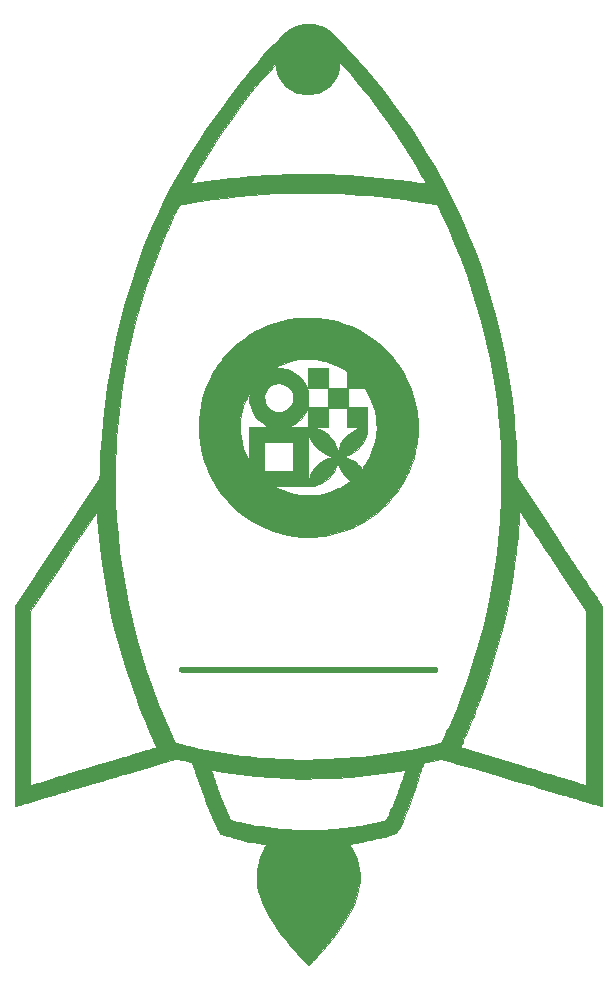
<source format=gbr>
%TF.GenerationSoftware,KiCad,Pcbnew,7.0.1*%
%TF.CreationDate,2023-03-31T23:01:11+02:00*%
%TF.ProjectId,rocket,726f636b-6574-42e6-9b69-6361645f7063,rev?*%
%TF.SameCoordinates,Original*%
%TF.FileFunction,Copper,L1,Top*%
%TF.FilePolarity,Positive*%
%FSLAX46Y46*%
G04 Gerber Fmt 4.6, Leading zero omitted, Abs format (unit mm)*
G04 Created by KiCad (PCBNEW 7.0.1) date 2023-03-31 23:01:11*
%MOMM*%
%LPD*%
G01*
G04 APERTURE LIST*
%TA.AperFunction,EtchedComponent*%
%ADD10C,0.010000*%
%TD*%
%TA.AperFunction,WasherPad*%
%ADD11C,5.500000*%
%TD*%
G04 APERTURE END LIST*
%TO.C,Ref\u002A\u002A*%
D10*
X105350278Y-59919252D02*
X110220409Y-59919252D01*
X110220538Y-59921760D01*
X110243614Y-59921800D01*
X110298125Y-59914830D01*
X110374013Y-59902232D01*
X110407344Y-59896071D01*
X110585459Y-59874407D01*
X110787040Y-59870306D01*
X110997355Y-59883081D01*
X111201671Y-59912044D01*
X111322389Y-59938736D01*
X111631206Y-60039844D01*
X111919934Y-60176963D01*
X112186133Y-60347622D01*
X112427366Y-60549356D01*
X112641191Y-60779694D01*
X112825173Y-61036169D01*
X112976870Y-61316314D01*
X113093844Y-61617658D01*
X113138972Y-61777207D01*
X113175550Y-61970097D01*
X113197903Y-62188935D01*
X113205914Y-62420144D01*
X113199464Y-62650146D01*
X113178438Y-62865365D01*
X113149724Y-63023507D01*
X113056271Y-63335037D01*
X112925999Y-63628077D01*
X112761232Y-63899874D01*
X112564294Y-64147674D01*
X112337508Y-64368723D01*
X112083198Y-64560269D01*
X111803688Y-64719558D01*
X111665809Y-64781858D01*
X111474917Y-64861365D01*
X112337458Y-64862016D01*
X113200000Y-64862667D01*
X113200000Y-63190500D01*
X114851000Y-63190500D01*
X114851000Y-61539500D01*
X113200000Y-61539500D01*
X113200000Y-59867333D01*
X114872167Y-59867333D01*
X114872167Y-61518333D01*
X116523167Y-61518333D01*
X116523065Y-60825125D01*
X116522964Y-60131917D01*
X116337857Y-60012837D01*
X115924055Y-59768930D01*
X115498157Y-59562513D01*
X115056332Y-59392156D01*
X114594747Y-59256428D01*
X114109572Y-59153895D01*
X113983167Y-59133130D01*
X113845027Y-59116816D01*
X113674439Y-59104735D01*
X113481073Y-59096885D01*
X113274603Y-59093268D01*
X113064700Y-59093882D01*
X112861036Y-59098727D01*
X112673284Y-59107805D01*
X112511116Y-59121114D01*
X112416833Y-59133130D01*
X111956515Y-59220694D01*
X111517199Y-59336728D01*
X111103608Y-59479821D01*
X110766055Y-59626344D01*
X110621273Y-59696975D01*
X110492354Y-59761954D01*
X110383552Y-59818976D01*
X110299123Y-59865736D01*
X110243323Y-59899930D01*
X110220409Y-59919252D01*
X105350278Y-59919252D01*
X105499269Y-59681584D01*
X105863980Y-59178123D01*
X105933209Y-59090102D01*
X106339775Y-58613388D01*
X106776939Y-58165578D01*
X107243310Y-57747847D01*
X107737501Y-57361367D01*
X108258121Y-57007313D01*
X108728042Y-56728484D01*
X109273074Y-56449765D01*
X109834696Y-56209184D01*
X110410556Y-56007018D01*
X110998304Y-55843547D01*
X111595589Y-55719049D01*
X112200058Y-55633801D01*
X112809360Y-55588082D01*
X113421145Y-55582171D01*
X114033061Y-55616345D01*
X114642755Y-55690884D01*
X115247878Y-55806064D01*
X115657639Y-55908316D01*
X116246395Y-56091543D01*
X116820535Y-56313802D01*
X117378118Y-56573734D01*
X117917203Y-56869980D01*
X118435847Y-57201180D01*
X118932107Y-57565975D01*
X119404043Y-57963006D01*
X119849712Y-58390912D01*
X120267171Y-58848336D01*
X120654480Y-59333917D01*
X120761919Y-59481259D01*
X121106386Y-59999782D01*
X121414171Y-60538932D01*
X121684646Y-61097154D01*
X121917187Y-61672893D01*
X122111166Y-62264594D01*
X122265956Y-62870701D01*
X122380933Y-63489660D01*
X122383699Y-63508000D01*
X122415803Y-63737342D01*
X122440219Y-63949770D01*
X122457768Y-64157142D01*
X122469269Y-64371320D01*
X122475543Y-64604163D01*
X122477411Y-64862667D01*
X122475474Y-65125407D01*
X122469117Y-65357828D01*
X122457519Y-65571788D01*
X122439859Y-65779147D01*
X122415317Y-65991766D01*
X122383699Y-66217333D01*
X122270302Y-66834987D01*
X122117376Y-67439926D01*
X121925599Y-68030311D01*
X121695654Y-68604297D01*
X121428221Y-69160044D01*
X121123982Y-69695710D01*
X121059219Y-69799574D01*
X120707084Y-70317205D01*
X120324510Y-70806770D01*
X119913187Y-71267233D01*
X119474805Y-71697558D01*
X119011055Y-72096709D01*
X118523628Y-72463649D01*
X118014212Y-72797343D01*
X117484499Y-73096754D01*
X116936178Y-73360848D01*
X116370941Y-73588586D01*
X115790477Y-73778935D01*
X115196476Y-73930856D01*
X114590628Y-74043316D01*
X114025500Y-74110923D01*
X113849224Y-74123590D01*
X113646239Y-74133363D01*
X113428279Y-74140048D01*
X113207076Y-74143453D01*
X112994363Y-74143387D01*
X112801872Y-74139656D01*
X112660250Y-74133297D01*
X112032363Y-74073622D01*
X111414777Y-73973288D01*
X110809027Y-73832986D01*
X110216648Y-73653408D01*
X109639176Y-73435246D01*
X109078147Y-73179190D01*
X108535096Y-72885933D01*
X108011559Y-72556166D01*
X107509070Y-72190580D01*
X107029166Y-71789866D01*
X106640330Y-71422336D01*
X106212517Y-70965215D01*
X105818232Y-70483550D01*
X105458430Y-69979108D01*
X105390203Y-69868583D01*
X110310750Y-69868583D01*
X110590665Y-70011951D01*
X111035934Y-70216350D01*
X111498704Y-70382827D01*
X111975943Y-70510478D01*
X112464617Y-70598401D01*
X112628500Y-70618611D01*
X112737018Y-70626650D01*
X112878138Y-70631405D01*
X113042570Y-70633078D01*
X113221028Y-70631869D01*
X113404224Y-70627981D01*
X113582869Y-70621615D01*
X113747676Y-70612972D01*
X113889356Y-70602253D01*
X113998622Y-70589660D01*
X114004333Y-70588789D01*
X114426438Y-70510067D01*
X114822615Y-70408023D01*
X115204395Y-70279055D01*
X115583312Y-70119562D01*
X115729417Y-70049972D01*
X115854109Y-69986206D01*
X115989295Y-69912687D01*
X116128889Y-69833159D01*
X116266806Y-69751369D01*
X116396959Y-69671061D01*
X116513262Y-69595982D01*
X116609631Y-69529877D01*
X116679978Y-69476492D01*
X116715450Y-69443101D01*
X116728351Y-69419267D01*
X116718793Y-69395047D01*
X116681328Y-69360702D01*
X116660064Y-69344062D01*
X116558233Y-69257276D01*
X116444027Y-69146225D01*
X116327934Y-69022277D01*
X116220440Y-68896798D01*
X116132030Y-68781154D01*
X116107671Y-68745313D01*
X115995988Y-68556390D01*
X115897540Y-68355326D01*
X115816693Y-68152905D01*
X115757811Y-67959909D01*
X115727633Y-67806453D01*
X115715500Y-67741946D01*
X115700899Y-67698821D01*
X115687331Y-67682529D01*
X115678294Y-67698522D01*
X115676500Y-67726787D01*
X115669189Y-67791774D01*
X115649243Y-67885771D01*
X115619642Y-67998436D01*
X115583366Y-68119432D01*
X115543395Y-68238418D01*
X115502711Y-68345055D01*
X115489066Y-68377067D01*
X115340687Y-68662049D01*
X115158903Y-68922257D01*
X114945861Y-69155900D01*
X114703707Y-69361187D01*
X114434587Y-69536327D01*
X114140647Y-69679527D01*
X113824035Y-69788998D01*
X113783971Y-69799956D01*
X113751360Y-69808337D01*
X113718779Y-69815652D01*
X113683162Y-69821998D01*
X113641447Y-69827469D01*
X113590567Y-69832163D01*
X113527458Y-69836175D01*
X113449055Y-69839601D01*
X113352294Y-69842537D01*
X113234109Y-69845079D01*
X113091436Y-69847324D01*
X112921211Y-69849367D01*
X112720368Y-69851303D01*
X112485842Y-69853230D01*
X112214570Y-69855243D01*
X111961750Y-69857031D01*
X110310750Y-69868583D01*
X105390203Y-69868583D01*
X105134067Y-69453657D01*
X104846098Y-68908966D01*
X104703006Y-68588000D01*
X109474667Y-68588000D01*
X111930000Y-68588000D01*
X111930000Y-67714139D01*
X113204674Y-67714139D01*
X113204708Y-68027715D01*
X113204911Y-68303162D01*
X113205313Y-68542584D01*
X113205943Y-68748082D01*
X113206829Y-68921759D01*
X113208000Y-69065718D01*
X113209486Y-69182060D01*
X113211316Y-69272889D01*
X113213518Y-69340307D01*
X113216121Y-69386417D01*
X113219154Y-69413320D01*
X113222647Y-69423119D01*
X113226628Y-69417917D01*
X113231125Y-69399817D01*
X113232740Y-69391303D01*
X113254153Y-69293935D01*
X113285068Y-69178558D01*
X113319635Y-69066614D01*
X113328030Y-69042053D01*
X113453790Y-68744917D01*
X113614111Y-68469366D01*
X113806113Y-68218049D01*
X114026920Y-67993619D01*
X114273654Y-67798723D01*
X114543436Y-67636012D01*
X114833389Y-67508137D01*
X115075033Y-67433433D01*
X115169807Y-67410952D01*
X115255625Y-67393373D01*
X115319991Y-67383128D01*
X115341796Y-67381500D01*
X115385718Y-67377036D01*
X115393037Y-67365922D01*
X115376634Y-67356420D01*
X116009336Y-67356420D01*
X116023099Y-67369878D01*
X116078771Y-67382753D01*
X116115090Y-67387813D01*
X116286819Y-67420701D01*
X116478065Y-67477691D01*
X116677203Y-67554208D01*
X116872612Y-67645674D01*
X117052668Y-67747515D01*
X117090737Y-67771957D01*
X117204396Y-67854448D01*
X117328507Y-67957105D01*
X117451765Y-68069562D01*
X117562866Y-68181456D01*
X117650505Y-68282422D01*
X117657810Y-68291869D01*
X117702157Y-68346898D01*
X117737498Y-68385108D01*
X117754515Y-68397500D01*
X117774243Y-68381704D01*
X117810675Y-68340223D01*
X117856046Y-68281920D01*
X117857552Y-68279884D01*
X118121011Y-67888366D01*
X118352682Y-67471554D01*
X118550845Y-67033957D01*
X118713778Y-66580082D01*
X118839760Y-66114438D01*
X118927069Y-65641532D01*
X118955657Y-65404032D01*
X118980835Y-64937764D01*
X118965679Y-64466789D01*
X118911231Y-63995359D01*
X118818532Y-63527728D01*
X118688624Y-63068147D01*
X118522547Y-62620868D01*
X118321343Y-62190145D01*
X118086053Y-61780228D01*
X118057360Y-61735393D01*
X117930750Y-61539702D01*
X117237542Y-61539601D01*
X116544333Y-61539500D01*
X116544333Y-63190500D01*
X118195333Y-63190500D01*
X118195333Y-64150811D01*
X118195065Y-64402653D01*
X118194021Y-64616735D01*
X118191841Y-64797627D01*
X118188165Y-64949899D01*
X118182634Y-65078122D01*
X118174886Y-65186867D01*
X118164562Y-65280705D01*
X118151302Y-65364205D01*
X118134746Y-65441939D01*
X118114534Y-65518477D01*
X118090306Y-65598389D01*
X118078392Y-65635454D01*
X117959381Y-65934106D01*
X117804064Y-66213248D01*
X117615155Y-66469796D01*
X117395366Y-66700665D01*
X117147408Y-66902772D01*
X116873993Y-67073032D01*
X116766251Y-67127658D01*
X116623283Y-67188973D01*
X116465880Y-67244976D01*
X116308732Y-67291115D01*
X116166532Y-67322838D01*
X116108021Y-67331594D01*
X116037603Y-67343339D01*
X116009336Y-67356420D01*
X115376634Y-67356420D01*
X115368271Y-67351576D01*
X115315935Y-67337415D01*
X115274535Y-67330608D01*
X115022838Y-67278268D01*
X114766522Y-67189382D01*
X114513241Y-67067918D01*
X114270651Y-66917845D01*
X114046407Y-66743133D01*
X113928370Y-66632678D01*
X113710857Y-66386696D01*
X113531316Y-66122958D01*
X113388905Y-65839803D01*
X113282783Y-65535569D01*
X113214324Y-65222500D01*
X113213143Y-65235850D01*
X113211992Y-65288838D01*
X113210883Y-65378765D01*
X113209828Y-65502937D01*
X113208838Y-65658656D01*
X113207926Y-65843226D01*
X113207104Y-66053951D01*
X113206384Y-66288134D01*
X113205778Y-66543078D01*
X113205298Y-66816088D01*
X113204955Y-67104466D01*
X113204782Y-67360333D01*
X113204674Y-67714139D01*
X111930000Y-67714139D01*
X111930000Y-66132667D01*
X109474667Y-66132667D01*
X109474667Y-68588000D01*
X104703006Y-68588000D01*
X104595476Y-68346801D01*
X104383159Y-67768932D01*
X104210099Y-67177126D01*
X104108818Y-66735917D01*
X104004262Y-66118008D01*
X103941278Y-65499295D01*
X103919419Y-64881657D01*
X103922724Y-64773687D01*
X107423825Y-64773687D01*
X107436726Y-65256564D01*
X107488953Y-65736671D01*
X107580331Y-66209871D01*
X107710687Y-66672026D01*
X107770707Y-66844712D01*
X107806621Y-66935444D01*
X107856787Y-67052230D01*
X107916028Y-67183512D01*
X107979167Y-67317733D01*
X108020634Y-67402667D01*
X108194083Y-67751917D01*
X108199522Y-66307292D01*
X108200179Y-66132667D01*
X108204948Y-64865645D01*
X113506917Y-64865645D01*
X113691576Y-64904581D01*
X113896379Y-64954266D01*
X114077989Y-65013809D01*
X114255425Y-65089839D01*
X114332887Y-65128082D01*
X114605015Y-65289875D01*
X114855178Y-65484876D01*
X115079341Y-65708845D01*
X115273468Y-65957540D01*
X115433527Y-66226719D01*
X115489066Y-66343600D01*
X115529306Y-66443586D01*
X115569860Y-66559485D01*
X115607745Y-66680956D01*
X115639982Y-66797659D01*
X115663592Y-66899256D01*
X115675593Y-66975407D01*
X115676500Y-66993880D01*
X115683536Y-67028187D01*
X115697667Y-67032250D01*
X115714382Y-67002911D01*
X115718833Y-66970215D01*
X115726984Y-66897902D01*
X115749363Y-66797055D01*
X115782858Y-66677757D01*
X115824357Y-66550091D01*
X115870750Y-66424144D01*
X115918924Y-66309998D01*
X115929580Y-66287203D01*
X116042310Y-66073003D01*
X116165819Y-65884661D01*
X116311450Y-65705709D01*
X116384305Y-65626909D01*
X116613684Y-65415879D01*
X116869147Y-65233859D01*
X117144583Y-65084164D01*
X117433883Y-64970112D01*
X117730937Y-64895019D01*
X117733443Y-64894564D01*
X117773439Y-64886874D01*
X117797361Y-64880702D01*
X117802003Y-64875865D01*
X117784163Y-64872182D01*
X117740637Y-64869470D01*
X117668221Y-64867546D01*
X117563712Y-64866230D01*
X117423906Y-64865339D01*
X117245599Y-64864691D01*
X117205792Y-64864577D01*
X116523167Y-64862667D01*
X116523167Y-63211667D01*
X114872167Y-63211667D01*
X114872167Y-64862667D01*
X113506917Y-64865645D01*
X108204948Y-64865645D01*
X108204960Y-64862667D01*
X109077938Y-64861632D01*
X109950917Y-64860597D01*
X109823305Y-64811443D01*
X109573017Y-64696665D01*
X109328649Y-64549610D01*
X109098474Y-64376742D01*
X108890762Y-64184526D01*
X108713786Y-63979424D01*
X108656377Y-63899545D01*
X108521439Y-63673553D01*
X108404299Y-63423380D01*
X108311054Y-63163923D01*
X108247801Y-62910077D01*
X108244880Y-62894167D01*
X108224779Y-62729589D01*
X108216840Y-62539509D01*
X108219590Y-62390437D01*
X109476462Y-62390437D01*
X109499841Y-62604484D01*
X109507283Y-62638300D01*
X109559970Y-62812130D01*
X109633681Y-62964194D01*
X109735358Y-63106586D01*
X109843004Y-63223157D01*
X110022602Y-63374741D01*
X110215659Y-63487162D01*
X110419919Y-63559752D01*
X110633130Y-63591838D01*
X110853035Y-63582750D01*
X110975633Y-63560050D01*
X111149511Y-63507367D01*
X111301440Y-63433722D01*
X111443550Y-63332150D01*
X111560075Y-63224329D01*
X111674424Y-63100346D01*
X111759440Y-62985571D01*
X111822327Y-62867833D01*
X111870290Y-62734961D01*
X111888129Y-62670108D01*
X111925776Y-62443443D01*
X111921918Y-62223239D01*
X111877176Y-62011753D01*
X111792170Y-61811239D01*
X111667518Y-61623955D01*
X111571014Y-61515893D01*
X111406888Y-61372101D01*
X111234526Y-61266293D01*
X111046112Y-61194125D01*
X110950421Y-61170720D01*
X110812242Y-61146978D01*
X110693872Y-61139533D01*
X110576076Y-61148327D01*
X110458917Y-61169176D01*
X110248664Y-61233556D01*
X110057770Y-61331843D01*
X109889047Y-61459695D01*
X109745309Y-61612769D01*
X109629369Y-61786723D01*
X109544039Y-61977214D01*
X109492132Y-62179900D01*
X109476462Y-62390437D01*
X108219590Y-62390437D01*
X108220551Y-62338414D01*
X108235402Y-62140792D01*
X108260879Y-61961131D01*
X108281155Y-61867583D01*
X108281044Y-61851030D01*
X108264700Y-61867917D01*
X108234700Y-61913762D01*
X108193618Y-61984078D01*
X108144030Y-62074381D01*
X108088511Y-62180188D01*
X108029638Y-62297012D01*
X108001558Y-62354417D01*
X107889248Y-62595830D01*
X107796411Y-62818246D01*
X107717329Y-63036692D01*
X107646286Y-63266194D01*
X107622836Y-63349820D01*
X107516705Y-63816177D01*
X107450427Y-64292179D01*
X107423825Y-64773687D01*
X103922724Y-64773687D01*
X103938237Y-64266976D01*
X103997281Y-63657130D01*
X104096104Y-63054002D01*
X104234257Y-62459471D01*
X104411292Y-61875417D01*
X104626759Y-61303721D01*
X104880210Y-60746264D01*
X105171196Y-60204925D01*
X105336384Y-59941417D01*
X110173167Y-59941417D01*
X110183750Y-59952000D01*
X110194333Y-59941417D01*
X110183750Y-59930833D01*
X110173167Y-59941417D01*
X105336384Y-59941417D01*
X105350278Y-59919252D01*
%TA.AperFunction,EtchedComponent*%
G36*
X105350278Y-59919252D02*
G01*
X110220409Y-59919252D01*
X110220538Y-59921760D01*
X110243614Y-59921800D01*
X110298125Y-59914830D01*
X110374013Y-59902232D01*
X110407344Y-59896071D01*
X110585459Y-59874407D01*
X110787040Y-59870306D01*
X110997355Y-59883081D01*
X111201671Y-59912044D01*
X111322389Y-59938736D01*
X111631206Y-60039844D01*
X111919934Y-60176963D01*
X112186133Y-60347622D01*
X112427366Y-60549356D01*
X112641191Y-60779694D01*
X112825173Y-61036169D01*
X112976870Y-61316314D01*
X113093844Y-61617658D01*
X113138972Y-61777207D01*
X113175550Y-61970097D01*
X113197903Y-62188935D01*
X113205914Y-62420144D01*
X113199464Y-62650146D01*
X113178438Y-62865365D01*
X113149724Y-63023507D01*
X113056271Y-63335037D01*
X112925999Y-63628077D01*
X112761232Y-63899874D01*
X112564294Y-64147674D01*
X112337508Y-64368723D01*
X112083198Y-64560269D01*
X111803688Y-64719558D01*
X111665809Y-64781858D01*
X111474917Y-64861365D01*
X112337458Y-64862016D01*
X113200000Y-64862667D01*
X113200000Y-63190500D01*
X114851000Y-63190500D01*
X114851000Y-61539500D01*
X113200000Y-61539500D01*
X113200000Y-59867333D01*
X114872167Y-59867333D01*
X114872167Y-61518333D01*
X116523167Y-61518333D01*
X116523065Y-60825125D01*
X116522964Y-60131917D01*
X116337857Y-60012837D01*
X115924055Y-59768930D01*
X115498157Y-59562513D01*
X115056332Y-59392156D01*
X114594747Y-59256428D01*
X114109572Y-59153895D01*
X113983167Y-59133130D01*
X113845027Y-59116816D01*
X113674439Y-59104735D01*
X113481073Y-59096885D01*
X113274603Y-59093268D01*
X113064700Y-59093882D01*
X112861036Y-59098727D01*
X112673284Y-59107805D01*
X112511116Y-59121114D01*
X112416833Y-59133130D01*
X111956515Y-59220694D01*
X111517199Y-59336728D01*
X111103608Y-59479821D01*
X110766055Y-59626344D01*
X110621273Y-59696975D01*
X110492354Y-59761954D01*
X110383552Y-59818976D01*
X110299123Y-59865736D01*
X110243323Y-59899930D01*
X110220409Y-59919252D01*
X105350278Y-59919252D01*
X105499269Y-59681584D01*
X105863980Y-59178123D01*
X105933209Y-59090102D01*
X106339775Y-58613388D01*
X106776939Y-58165578D01*
X107243310Y-57747847D01*
X107737501Y-57361367D01*
X108258121Y-57007313D01*
X108728042Y-56728484D01*
X109273074Y-56449765D01*
X109834696Y-56209184D01*
X110410556Y-56007018D01*
X110998304Y-55843547D01*
X111595589Y-55719049D01*
X112200058Y-55633801D01*
X112809360Y-55588082D01*
X113421145Y-55582171D01*
X114033061Y-55616345D01*
X114642755Y-55690884D01*
X115247878Y-55806064D01*
X115657639Y-55908316D01*
X116246395Y-56091543D01*
X116820535Y-56313802D01*
X117378118Y-56573734D01*
X117917203Y-56869980D01*
X118435847Y-57201180D01*
X118932107Y-57565975D01*
X119404043Y-57963006D01*
X119849712Y-58390912D01*
X120267171Y-58848336D01*
X120654480Y-59333917D01*
X120761919Y-59481259D01*
X121106386Y-59999782D01*
X121414171Y-60538932D01*
X121684646Y-61097154D01*
X121917187Y-61672893D01*
X122111166Y-62264594D01*
X122265956Y-62870701D01*
X122380933Y-63489660D01*
X122383699Y-63508000D01*
X122415803Y-63737342D01*
X122440219Y-63949770D01*
X122457768Y-64157142D01*
X122469269Y-64371320D01*
X122475543Y-64604163D01*
X122477411Y-64862667D01*
X122475474Y-65125407D01*
X122469117Y-65357828D01*
X122457519Y-65571788D01*
X122439859Y-65779147D01*
X122415317Y-65991766D01*
X122383699Y-66217333D01*
X122270302Y-66834987D01*
X122117376Y-67439926D01*
X121925599Y-68030311D01*
X121695654Y-68604297D01*
X121428221Y-69160044D01*
X121123982Y-69695710D01*
X121059219Y-69799574D01*
X120707084Y-70317205D01*
X120324510Y-70806770D01*
X119913187Y-71267233D01*
X119474805Y-71697558D01*
X119011055Y-72096709D01*
X118523628Y-72463649D01*
X118014212Y-72797343D01*
X117484499Y-73096754D01*
X116936178Y-73360848D01*
X116370941Y-73588586D01*
X115790477Y-73778935D01*
X115196476Y-73930856D01*
X114590628Y-74043316D01*
X114025500Y-74110923D01*
X113849224Y-74123590D01*
X113646239Y-74133363D01*
X113428279Y-74140048D01*
X113207076Y-74143453D01*
X112994363Y-74143387D01*
X112801872Y-74139656D01*
X112660250Y-74133297D01*
X112032363Y-74073622D01*
X111414777Y-73973288D01*
X110809027Y-73832986D01*
X110216648Y-73653408D01*
X109639176Y-73435246D01*
X109078147Y-73179190D01*
X108535096Y-72885933D01*
X108011559Y-72556166D01*
X107509070Y-72190580D01*
X107029166Y-71789866D01*
X106640330Y-71422336D01*
X106212517Y-70965215D01*
X105818232Y-70483550D01*
X105458430Y-69979108D01*
X105390203Y-69868583D01*
X110310750Y-69868583D01*
X110590665Y-70011951D01*
X111035934Y-70216350D01*
X111498704Y-70382827D01*
X111975943Y-70510478D01*
X112464617Y-70598401D01*
X112628500Y-70618611D01*
X112737018Y-70626650D01*
X112878138Y-70631405D01*
X113042570Y-70633078D01*
X113221028Y-70631869D01*
X113404224Y-70627981D01*
X113582869Y-70621615D01*
X113747676Y-70612972D01*
X113889356Y-70602253D01*
X113998622Y-70589660D01*
X114004333Y-70588789D01*
X114426438Y-70510067D01*
X114822615Y-70408023D01*
X115204395Y-70279055D01*
X115583312Y-70119562D01*
X115729417Y-70049972D01*
X115854109Y-69986206D01*
X115989295Y-69912687D01*
X116128889Y-69833159D01*
X116266806Y-69751369D01*
X116396959Y-69671061D01*
X116513262Y-69595982D01*
X116609631Y-69529877D01*
X116679978Y-69476492D01*
X116715450Y-69443101D01*
X116728351Y-69419267D01*
X116718793Y-69395047D01*
X116681328Y-69360702D01*
X116660064Y-69344062D01*
X116558233Y-69257276D01*
X116444027Y-69146225D01*
X116327934Y-69022277D01*
X116220440Y-68896798D01*
X116132030Y-68781154D01*
X116107671Y-68745313D01*
X115995988Y-68556390D01*
X115897540Y-68355326D01*
X115816693Y-68152905D01*
X115757811Y-67959909D01*
X115727633Y-67806453D01*
X115715500Y-67741946D01*
X115700899Y-67698821D01*
X115687331Y-67682529D01*
X115678294Y-67698522D01*
X115676500Y-67726787D01*
X115669189Y-67791774D01*
X115649243Y-67885771D01*
X115619642Y-67998436D01*
X115583366Y-68119432D01*
X115543395Y-68238418D01*
X115502711Y-68345055D01*
X115489066Y-68377067D01*
X115340687Y-68662049D01*
X115158903Y-68922257D01*
X114945861Y-69155900D01*
X114703707Y-69361187D01*
X114434587Y-69536327D01*
X114140647Y-69679527D01*
X113824035Y-69788998D01*
X113783971Y-69799956D01*
X113751360Y-69808337D01*
X113718779Y-69815652D01*
X113683162Y-69821998D01*
X113641447Y-69827469D01*
X113590567Y-69832163D01*
X113527458Y-69836175D01*
X113449055Y-69839601D01*
X113352294Y-69842537D01*
X113234109Y-69845079D01*
X113091436Y-69847324D01*
X112921211Y-69849367D01*
X112720368Y-69851303D01*
X112485842Y-69853230D01*
X112214570Y-69855243D01*
X111961750Y-69857031D01*
X110310750Y-69868583D01*
X105390203Y-69868583D01*
X105134067Y-69453657D01*
X104846098Y-68908966D01*
X104703006Y-68588000D01*
X109474667Y-68588000D01*
X111930000Y-68588000D01*
X111930000Y-67714139D01*
X113204674Y-67714139D01*
X113204708Y-68027715D01*
X113204911Y-68303162D01*
X113205313Y-68542584D01*
X113205943Y-68748082D01*
X113206829Y-68921759D01*
X113208000Y-69065718D01*
X113209486Y-69182060D01*
X113211316Y-69272889D01*
X113213518Y-69340307D01*
X113216121Y-69386417D01*
X113219154Y-69413320D01*
X113222647Y-69423119D01*
X113226628Y-69417917D01*
X113231125Y-69399817D01*
X113232740Y-69391303D01*
X113254153Y-69293935D01*
X113285068Y-69178558D01*
X113319635Y-69066614D01*
X113328030Y-69042053D01*
X113453790Y-68744917D01*
X113614111Y-68469366D01*
X113806113Y-68218049D01*
X114026920Y-67993619D01*
X114273654Y-67798723D01*
X114543436Y-67636012D01*
X114833389Y-67508137D01*
X115075033Y-67433433D01*
X115169807Y-67410952D01*
X115255625Y-67393373D01*
X115319991Y-67383128D01*
X115341796Y-67381500D01*
X115385718Y-67377036D01*
X115393037Y-67365922D01*
X115376634Y-67356420D01*
X116009336Y-67356420D01*
X116023099Y-67369878D01*
X116078771Y-67382753D01*
X116115090Y-67387813D01*
X116286819Y-67420701D01*
X116478065Y-67477691D01*
X116677203Y-67554208D01*
X116872612Y-67645674D01*
X117052668Y-67747515D01*
X117090737Y-67771957D01*
X117204396Y-67854448D01*
X117328507Y-67957105D01*
X117451765Y-68069562D01*
X117562866Y-68181456D01*
X117650505Y-68282422D01*
X117657810Y-68291869D01*
X117702157Y-68346898D01*
X117737498Y-68385108D01*
X117754515Y-68397500D01*
X117774243Y-68381704D01*
X117810675Y-68340223D01*
X117856046Y-68281920D01*
X117857552Y-68279884D01*
X118121011Y-67888366D01*
X118352682Y-67471554D01*
X118550845Y-67033957D01*
X118713778Y-66580082D01*
X118839760Y-66114438D01*
X118927069Y-65641532D01*
X118955657Y-65404032D01*
X118980835Y-64937764D01*
X118965679Y-64466789D01*
X118911231Y-63995359D01*
X118818532Y-63527728D01*
X118688624Y-63068147D01*
X118522547Y-62620868D01*
X118321343Y-62190145D01*
X118086053Y-61780228D01*
X118057360Y-61735393D01*
X117930750Y-61539702D01*
X117237542Y-61539601D01*
X116544333Y-61539500D01*
X116544333Y-63190500D01*
X118195333Y-63190500D01*
X118195333Y-64150811D01*
X118195065Y-64402653D01*
X118194021Y-64616735D01*
X118191841Y-64797627D01*
X118188165Y-64949899D01*
X118182634Y-65078122D01*
X118174886Y-65186867D01*
X118164562Y-65280705D01*
X118151302Y-65364205D01*
X118134746Y-65441939D01*
X118114534Y-65518477D01*
X118090306Y-65598389D01*
X118078392Y-65635454D01*
X117959381Y-65934106D01*
X117804064Y-66213248D01*
X117615155Y-66469796D01*
X117395366Y-66700665D01*
X117147408Y-66902772D01*
X116873993Y-67073032D01*
X116766251Y-67127658D01*
X116623283Y-67188973D01*
X116465880Y-67244976D01*
X116308732Y-67291115D01*
X116166532Y-67322838D01*
X116108021Y-67331594D01*
X116037603Y-67343339D01*
X116009336Y-67356420D01*
X115376634Y-67356420D01*
X115368271Y-67351576D01*
X115315935Y-67337415D01*
X115274535Y-67330608D01*
X115022838Y-67278268D01*
X114766522Y-67189382D01*
X114513241Y-67067918D01*
X114270651Y-66917845D01*
X114046407Y-66743133D01*
X113928370Y-66632678D01*
X113710857Y-66386696D01*
X113531316Y-66122958D01*
X113388905Y-65839803D01*
X113282783Y-65535569D01*
X113214324Y-65222500D01*
X113213143Y-65235850D01*
X113211992Y-65288838D01*
X113210883Y-65378765D01*
X113209828Y-65502937D01*
X113208838Y-65658656D01*
X113207926Y-65843226D01*
X113207104Y-66053951D01*
X113206384Y-66288134D01*
X113205778Y-66543078D01*
X113205298Y-66816088D01*
X113204955Y-67104466D01*
X113204782Y-67360333D01*
X113204674Y-67714139D01*
X111930000Y-67714139D01*
X111930000Y-66132667D01*
X109474667Y-66132667D01*
X109474667Y-68588000D01*
X104703006Y-68588000D01*
X104595476Y-68346801D01*
X104383159Y-67768932D01*
X104210099Y-67177126D01*
X104108818Y-66735917D01*
X104004262Y-66118008D01*
X103941278Y-65499295D01*
X103919419Y-64881657D01*
X103922724Y-64773687D01*
X107423825Y-64773687D01*
X107436726Y-65256564D01*
X107488953Y-65736671D01*
X107580331Y-66209871D01*
X107710687Y-66672026D01*
X107770707Y-66844712D01*
X107806621Y-66935444D01*
X107856787Y-67052230D01*
X107916028Y-67183512D01*
X107979167Y-67317733D01*
X108020634Y-67402667D01*
X108194083Y-67751917D01*
X108199522Y-66307292D01*
X108200179Y-66132667D01*
X108204948Y-64865645D01*
X113506917Y-64865645D01*
X113691576Y-64904581D01*
X113896379Y-64954266D01*
X114077989Y-65013809D01*
X114255425Y-65089839D01*
X114332887Y-65128082D01*
X114605015Y-65289875D01*
X114855178Y-65484876D01*
X115079341Y-65708845D01*
X115273468Y-65957540D01*
X115433527Y-66226719D01*
X115489066Y-66343600D01*
X115529306Y-66443586D01*
X115569860Y-66559485D01*
X115607745Y-66680956D01*
X115639982Y-66797659D01*
X115663592Y-66899256D01*
X115675593Y-66975407D01*
X115676500Y-66993880D01*
X115683536Y-67028187D01*
X115697667Y-67032250D01*
X115714382Y-67002911D01*
X115718833Y-66970215D01*
X115726984Y-66897902D01*
X115749363Y-66797055D01*
X115782858Y-66677757D01*
X115824357Y-66550091D01*
X115870750Y-66424144D01*
X115918924Y-66309998D01*
X115929580Y-66287203D01*
X116042310Y-66073003D01*
X116165819Y-65884661D01*
X116311450Y-65705709D01*
X116384305Y-65626909D01*
X116613684Y-65415879D01*
X116869147Y-65233859D01*
X117144583Y-65084164D01*
X117433883Y-64970112D01*
X117730937Y-64895019D01*
X117733443Y-64894564D01*
X117773439Y-64886874D01*
X117797361Y-64880702D01*
X117802003Y-64875865D01*
X117784163Y-64872182D01*
X117740637Y-64869470D01*
X117668221Y-64867546D01*
X117563712Y-64866230D01*
X117423906Y-64865339D01*
X117245599Y-64864691D01*
X117205792Y-64864577D01*
X116523167Y-64862667D01*
X116523167Y-63211667D01*
X114872167Y-63211667D01*
X114872167Y-64862667D01*
X113506917Y-64865645D01*
X108204948Y-64865645D01*
X108204960Y-64862667D01*
X109077938Y-64861632D01*
X109950917Y-64860597D01*
X109823305Y-64811443D01*
X109573017Y-64696665D01*
X109328649Y-64549610D01*
X109098474Y-64376742D01*
X108890762Y-64184526D01*
X108713786Y-63979424D01*
X108656377Y-63899545D01*
X108521439Y-63673553D01*
X108404299Y-63423380D01*
X108311054Y-63163923D01*
X108247801Y-62910077D01*
X108244880Y-62894167D01*
X108224779Y-62729589D01*
X108216840Y-62539509D01*
X108219590Y-62390437D01*
X109476462Y-62390437D01*
X109499841Y-62604484D01*
X109507283Y-62638300D01*
X109559970Y-62812130D01*
X109633681Y-62964194D01*
X109735358Y-63106586D01*
X109843004Y-63223157D01*
X110022602Y-63374741D01*
X110215659Y-63487162D01*
X110419919Y-63559752D01*
X110633130Y-63591838D01*
X110853035Y-63582750D01*
X110975633Y-63560050D01*
X111149511Y-63507367D01*
X111301440Y-63433722D01*
X111443550Y-63332150D01*
X111560075Y-63224329D01*
X111674424Y-63100346D01*
X111759440Y-62985571D01*
X111822327Y-62867833D01*
X111870290Y-62734961D01*
X111888129Y-62670108D01*
X111925776Y-62443443D01*
X111921918Y-62223239D01*
X111877176Y-62011753D01*
X111792170Y-61811239D01*
X111667518Y-61623955D01*
X111571014Y-61515893D01*
X111406888Y-61372101D01*
X111234526Y-61266293D01*
X111046112Y-61194125D01*
X110950421Y-61170720D01*
X110812242Y-61146978D01*
X110693872Y-61139533D01*
X110576076Y-61148327D01*
X110458917Y-61169176D01*
X110248664Y-61233556D01*
X110057770Y-61331843D01*
X109889047Y-61459695D01*
X109745309Y-61612769D01*
X109629369Y-61786723D01*
X109544039Y-61977214D01*
X109492132Y-62179900D01*
X109476462Y-62390437D01*
X108219590Y-62390437D01*
X108220551Y-62338414D01*
X108235402Y-62140792D01*
X108260879Y-61961131D01*
X108281155Y-61867583D01*
X108281044Y-61851030D01*
X108264700Y-61867917D01*
X108234700Y-61913762D01*
X108193618Y-61984078D01*
X108144030Y-62074381D01*
X108088511Y-62180188D01*
X108029638Y-62297012D01*
X108001558Y-62354417D01*
X107889248Y-62595830D01*
X107796411Y-62818246D01*
X107717329Y-63036692D01*
X107646286Y-63266194D01*
X107622836Y-63349820D01*
X107516705Y-63816177D01*
X107450427Y-64292179D01*
X107423825Y-64773687D01*
X103922724Y-64773687D01*
X103938237Y-64266976D01*
X103997281Y-63657130D01*
X104096104Y-63054002D01*
X104234257Y-62459471D01*
X104411292Y-61875417D01*
X104626759Y-61303721D01*
X104880210Y-60746264D01*
X105171196Y-60204925D01*
X105336384Y-59941417D01*
X110173167Y-59941417D01*
X110183750Y-59952000D01*
X110194333Y-59941417D01*
X110183750Y-59930833D01*
X110173167Y-59941417D01*
X105336384Y-59941417D01*
X105350278Y-59919252D01*
G37*
%TD.AperFunction*%
X101737085Y-44232955D02*
X103221063Y-44232955D01*
X103233555Y-44242889D01*
X103270659Y-44242410D01*
X103338066Y-44232591D01*
X103441470Y-44214509D01*
X103442167Y-44214385D01*
X103543860Y-44197222D01*
X103680887Y-44175382D01*
X103846625Y-44149829D01*
X104034451Y-44121530D01*
X104237744Y-44091449D01*
X104449881Y-44060554D01*
X104664240Y-44029809D01*
X104874198Y-44000180D01*
X105073133Y-43972632D01*
X105254424Y-43948131D01*
X105389500Y-43930448D01*
X105969740Y-43858546D01*
X106539303Y-43793345D01*
X107104873Y-43734281D01*
X107673134Y-43680790D01*
X108250770Y-43632309D01*
X108844465Y-43588274D01*
X109460904Y-43548122D01*
X110106770Y-43511289D01*
X110734083Y-43479784D01*
X110876626Y-43474311D01*
X111057076Y-43469444D01*
X111271009Y-43465182D01*
X111514002Y-43461527D01*
X111781634Y-43458477D01*
X112069480Y-43456034D01*
X112373119Y-43454197D01*
X112688128Y-43452966D01*
X113010084Y-43452341D01*
X113334563Y-43452322D01*
X113657144Y-43452910D01*
X113973404Y-43454105D01*
X114278919Y-43455905D01*
X114569267Y-43458313D01*
X114840026Y-43461327D01*
X115086772Y-43464947D01*
X115305083Y-43469174D01*
X115490536Y-43474008D01*
X115638708Y-43479449D01*
X115644750Y-43479723D01*
X116586723Y-43528004D01*
X117493743Y-43585207D01*
X118372372Y-43651981D01*
X119229173Y-43728974D01*
X120070710Y-43816836D01*
X120903546Y-43916216D01*
X121734244Y-44027761D01*
X122569366Y-44152121D01*
X122775187Y-44184585D01*
X122899680Y-44204074D01*
X123008950Y-44220497D01*
X123096477Y-44232932D01*
X123155739Y-44240453D01*
X123180215Y-44242136D01*
X123180462Y-44242007D01*
X123171799Y-44222815D01*
X123144489Y-44171402D01*
X123101016Y-44092233D01*
X123043860Y-43989771D01*
X122975503Y-43868479D01*
X122898427Y-43732822D01*
X122859254Y-43664250D01*
X122135434Y-42430690D01*
X121398768Y-41237304D01*
X120649107Y-40083882D01*
X119886303Y-38970215D01*
X119110207Y-37896091D01*
X118320669Y-36861300D01*
X117517540Y-35865633D01*
X116700671Y-34908879D01*
X116440551Y-34615599D01*
X116290209Y-34449476D01*
X116127026Y-34272456D01*
X115953989Y-34087555D01*
X115774088Y-33897789D01*
X115590309Y-33706174D01*
X115405643Y-33515729D01*
X115223078Y-33329468D01*
X115045601Y-33150409D01*
X114876201Y-32981568D01*
X114717867Y-32825962D01*
X114573588Y-32686607D01*
X114446351Y-32566520D01*
X114339145Y-32468717D01*
X114254958Y-32396215D01*
X114200617Y-32354594D01*
X113971919Y-32214502D01*
X113750761Y-32111681D01*
X113533232Y-32046056D01*
X113315416Y-32017551D01*
X113093402Y-32026091D01*
X112863276Y-32071600D01*
X112621124Y-32154005D01*
X112363033Y-32273228D01*
X112279250Y-32317611D01*
X112231290Y-32344435D01*
X112186596Y-32371732D01*
X112141706Y-32402609D01*
X112093158Y-32440177D01*
X112037493Y-32487541D01*
X111971247Y-32547811D01*
X111890960Y-32624094D01*
X111793171Y-32719498D01*
X111674418Y-32837132D01*
X111531239Y-32980103D01*
X111442873Y-33068612D01*
X110642875Y-33894366D01*
X109850970Y-34759599D01*
X109068965Y-35661925D01*
X108298666Y-36598957D01*
X107541879Y-37568312D01*
X106800410Y-38567603D01*
X106076067Y-39594444D01*
X105370654Y-40646451D01*
X104685979Y-41721237D01*
X104023847Y-42816418D01*
X103893037Y-43039833D01*
X103807684Y-43187139D01*
X103716754Y-43345327D01*
X103626707Y-43503076D01*
X103544000Y-43649065D01*
X103475092Y-43771971D01*
X103464386Y-43791250D01*
X103403108Y-43901483D01*
X103345981Y-44003646D01*
X103297421Y-44089888D01*
X103261846Y-44152355D01*
X103247146Y-44177542D01*
X103227490Y-44211531D01*
X103221063Y-44232955D01*
X101737085Y-44232955D01*
X101997065Y-43750405D01*
X102580392Y-42728813D01*
X103197679Y-41705525D01*
X103849997Y-40678771D01*
X104538417Y-39646779D01*
X105264009Y-38607778D01*
X106027844Y-37559996D01*
X106830993Y-36501661D01*
X106890177Y-36425250D01*
X107422231Y-35746183D01*
X107936501Y-35104002D01*
X108433913Y-34497620D01*
X108915399Y-33925951D01*
X109381885Y-33387909D01*
X109834300Y-32882407D01*
X110273575Y-32408358D01*
X110700636Y-31964677D01*
X110719505Y-31945485D01*
X110890816Y-31773220D01*
X111039415Y-31628465D01*
X111170632Y-31507019D01*
X111289801Y-31404681D01*
X111402253Y-31317250D01*
X111513319Y-31240524D01*
X111628332Y-31170302D01*
X111752624Y-31102383D01*
X111855917Y-31050043D01*
X112191415Y-30902758D01*
X112520932Y-30795985D01*
X112847697Y-30728912D01*
X113174935Y-30700733D01*
X113252917Y-30699667D01*
X113584798Y-30719884D01*
X113911088Y-30780801D01*
X114233012Y-30882815D01*
X114551794Y-31026322D01*
X114868657Y-31211718D01*
X114903081Y-31234442D01*
X115003633Y-31308823D01*
X115128880Y-31413677D01*
X115276667Y-31546747D01*
X115444840Y-31705777D01*
X115631245Y-31888509D01*
X115833726Y-32092687D01*
X116050129Y-32316056D01*
X116278300Y-32556357D01*
X116516083Y-32811335D01*
X116761325Y-33078732D01*
X117011870Y-33356293D01*
X117265564Y-33641761D01*
X117520252Y-33932878D01*
X117773781Y-34227390D01*
X117879884Y-34352126D01*
X118744679Y-35393119D01*
X119576344Y-36436056D01*
X120373798Y-37479405D01*
X121135960Y-38521639D01*
X121861750Y-39561227D01*
X122550089Y-40596640D01*
X123199895Y-41626348D01*
X123810089Y-42648823D01*
X124105589Y-43166833D01*
X124445122Y-43783398D01*
X124787930Y-44428712D01*
X125129865Y-45094270D01*
X125466777Y-45771563D01*
X125794520Y-46452085D01*
X126108944Y-47127329D01*
X126405902Y-47788787D01*
X126681244Y-48427953D01*
X126742840Y-48575144D01*
X127292250Y-49950941D01*
X127802957Y-51343681D01*
X128274828Y-52752864D01*
X128707731Y-54177987D01*
X129101534Y-55618549D01*
X129456105Y-57074049D01*
X129771311Y-58543985D01*
X130047020Y-60027854D01*
X130283101Y-61525157D01*
X130417551Y-62523750D01*
X130508957Y-63291685D01*
X130588561Y-64047679D01*
X130656995Y-64800236D01*
X130714891Y-65557864D01*
X130762881Y-66329068D01*
X130801597Y-67122354D01*
X130831670Y-67946229D01*
X130838985Y-68196417D01*
X130863583Y-69085417D01*
X134143294Y-74059583D01*
X134422213Y-74482607D01*
X134697063Y-74899466D01*
X134966793Y-75308565D01*
X135230351Y-75708308D01*
X135486685Y-76097099D01*
X135734742Y-76473343D01*
X135973472Y-76835444D01*
X136201822Y-77181807D01*
X136418740Y-77510835D01*
X136623174Y-77820934D01*
X136814073Y-78110506D01*
X136990384Y-78377958D01*
X137151055Y-78621693D01*
X137295034Y-78840115D01*
X137421270Y-79031629D01*
X137528711Y-79194639D01*
X137616304Y-79327549D01*
X137682997Y-79428764D01*
X137727740Y-79496688D01*
X137736336Y-79509745D01*
X138049667Y-79985741D01*
X138049667Y-96935458D01*
X137991458Y-96923750D01*
X137968207Y-96917460D01*
X137910626Y-96901022D01*
X137818467Y-96874364D01*
X137691479Y-96837412D01*
X137529414Y-96790092D01*
X137332022Y-96732332D01*
X137099055Y-96664057D01*
X136830262Y-96585195D01*
X136525395Y-96495673D01*
X136184204Y-96395416D01*
X135806441Y-96284351D01*
X135391855Y-96162406D01*
X134940198Y-96029506D01*
X134451221Y-95885579D01*
X133924673Y-95730551D01*
X133360307Y-95564348D01*
X132757873Y-95386898D01*
X132117120Y-95198127D01*
X131437802Y-94997961D01*
X130719667Y-94786328D01*
X129962466Y-94563154D01*
X129165952Y-94328365D01*
X128329873Y-94081889D01*
X127453982Y-93823651D01*
X126538028Y-93553579D01*
X125581763Y-93271599D01*
X125430655Y-93227039D01*
X124442727Y-92935709D01*
X123708213Y-93100136D01*
X123537137Y-93139042D01*
X123378680Y-93176249D01*
X123237718Y-93210521D01*
X123119128Y-93240623D01*
X123027788Y-93265321D01*
X122968574Y-93283380D01*
X122946808Y-93292906D01*
X122935141Y-93318229D01*
X122912081Y-93379874D01*
X122878996Y-93473799D01*
X122837252Y-93595961D01*
X122788213Y-93742317D01*
X122733248Y-93908825D01*
X122673722Y-94091443D01*
X122611001Y-94286127D01*
X122608186Y-94294917D01*
X122468628Y-94728958D01*
X122339526Y-95126309D01*
X122219462Y-95490914D01*
X122107023Y-95826717D01*
X122000791Y-96137663D01*
X121899351Y-96427696D01*
X121801286Y-96700760D01*
X121705182Y-96960800D01*
X121609621Y-97211760D01*
X121513188Y-97457585D01*
X121414467Y-97702218D01*
X121312042Y-97949605D01*
X121207776Y-98196015D01*
X121124318Y-98389396D01*
X121053412Y-98548491D01*
X120992287Y-98678474D01*
X120938173Y-98784523D01*
X120888301Y-98871813D01*
X120839900Y-98945520D01*
X120790199Y-99010821D01*
X120741432Y-99067385D01*
X120673972Y-99137221D01*
X120604499Y-99197601D01*
X120527960Y-99250726D01*
X120439303Y-99298795D01*
X120333472Y-99344006D01*
X120205417Y-99388559D01*
X120050082Y-99434653D01*
X119862415Y-99484488D01*
X119676933Y-99530642D01*
X119486276Y-99576054D01*
X119264906Y-99626951D01*
X119020463Y-99681711D01*
X118760583Y-99738710D01*
X118492907Y-99796325D01*
X118225073Y-99852933D01*
X117964720Y-99906911D01*
X117719485Y-99956635D01*
X117497008Y-100000482D01*
X117304927Y-100036830D01*
X117236352Y-100049255D01*
X117092618Y-100075198D01*
X116963066Y-100099210D01*
X116853411Y-100120180D01*
X116769364Y-100137000D01*
X116716637Y-100148558D01*
X116700787Y-100153324D01*
X116707605Y-100173990D01*
X116733911Y-100222553D01*
X116775542Y-100291800D01*
X116828333Y-100374516D01*
X116829317Y-100376018D01*
X117025762Y-100712038D01*
X117194653Y-101076745D01*
X117334614Y-101465560D01*
X117444273Y-101873905D01*
X117522253Y-102297199D01*
X117567182Y-102730863D01*
X117573789Y-102856833D01*
X117570091Y-103252304D01*
X117527428Y-103661659D01*
X117446159Y-104083108D01*
X117326644Y-104514858D01*
X117169242Y-104955120D01*
X117136984Y-105034963D01*
X116951923Y-105450740D01*
X116731509Y-105884735D01*
X116477374Y-106334574D01*
X116191153Y-106797885D01*
X115874479Y-107272293D01*
X115528985Y-107755425D01*
X115156307Y-108244909D01*
X114758077Y-108738369D01*
X114335929Y-109233434D01*
X113952017Y-109661917D01*
X113852782Y-109769286D01*
X113747908Y-109881148D01*
X113641533Y-109993252D01*
X113537798Y-110101343D01*
X113440841Y-110201170D01*
X113354804Y-110288479D01*
X113283825Y-110359018D01*
X113232043Y-110408533D01*
X113203600Y-110432772D01*
X113200000Y-110434500D01*
X113181321Y-110420077D01*
X113138375Y-110380110D01*
X113076255Y-110319549D01*
X113000057Y-110243343D01*
X112933133Y-110175208D01*
X112497591Y-109716506D01*
X112077449Y-109250170D01*
X111674730Y-108779033D01*
X111291459Y-108305930D01*
X110929661Y-107833695D01*
X110591360Y-107365163D01*
X110278580Y-106903168D01*
X109993346Y-106450544D01*
X109737682Y-106010125D01*
X109513613Y-105584746D01*
X109323164Y-105177241D01*
X109264999Y-105039788D01*
X109097545Y-104589518D01*
X108970161Y-104149448D01*
X108882623Y-103716799D01*
X108834708Y-103288792D01*
X108826190Y-102862648D01*
X108856847Y-102435588D01*
X108926453Y-102004834D01*
X108996205Y-101707302D01*
X109124230Y-101290817D01*
X109281692Y-100901978D01*
X109467809Y-100542591D01*
X109579497Y-100362093D01*
X109630846Y-100282437D01*
X109671273Y-100216672D01*
X109696382Y-100172164D01*
X109702298Y-100156409D01*
X109679517Y-100151749D01*
X109623028Y-100144610D01*
X109541314Y-100135962D01*
X109442859Y-100126771D01*
X109441843Y-100126682D01*
X108980252Y-100079536D01*
X108554974Y-100022079D01*
X108161073Y-99953527D01*
X107793614Y-99873098D01*
X107707250Y-99851542D01*
X107625033Y-99829706D01*
X107514364Y-99799117D01*
X107380126Y-99761219D01*
X107227206Y-99717454D01*
X107060490Y-99669267D01*
X106884862Y-99618101D01*
X106705209Y-99565398D01*
X106526415Y-99512603D01*
X106353367Y-99461159D01*
X106190949Y-99412508D01*
X106044048Y-99368095D01*
X105917548Y-99329363D01*
X105816336Y-99297754D01*
X105745296Y-99274713D01*
X105709315Y-99261683D01*
X105707211Y-99260664D01*
X105689096Y-99237040D01*
X105656598Y-99180869D01*
X105612858Y-99098139D01*
X105561016Y-98994840D01*
X105504211Y-98876959D01*
X105488509Y-98843576D01*
X105265166Y-98353374D01*
X105039360Y-97831963D01*
X104810493Y-97277798D01*
X104577965Y-96689333D01*
X104341177Y-96065025D01*
X104099530Y-95403328D01*
X103852423Y-94702697D01*
X103633143Y-94062083D01*
X103574409Y-93889030D01*
X104973414Y-93889030D01*
X104977036Y-93911387D01*
X104993188Y-93969089D01*
X105020324Y-94057559D01*
X105056896Y-94172215D01*
X105101360Y-94308481D01*
X105152168Y-94461776D01*
X105207776Y-94627522D01*
X105266636Y-94801139D01*
X105327204Y-94978049D01*
X105387932Y-95153672D01*
X105447275Y-95323430D01*
X105503686Y-95482743D01*
X105555620Y-95627032D01*
X105601531Y-95751718D01*
X105609499Y-95772957D01*
X105673576Y-95941112D01*
X105745651Y-96126883D01*
X105820283Y-96316457D01*
X105892027Y-96496024D01*
X105955441Y-96651772D01*
X105964028Y-96672540D01*
X106014099Y-96791711D01*
X106072455Y-96927908D01*
X106136838Y-97076108D01*
X106204989Y-97231287D01*
X106274649Y-97388420D01*
X106343558Y-97542483D01*
X106409460Y-97688451D01*
X106470094Y-97821301D01*
X106523201Y-97936008D01*
X106566524Y-98027548D01*
X106597803Y-98090897D01*
X106614779Y-98121029D01*
X106615748Y-98122174D01*
X106645719Y-98136447D01*
X106712308Y-98157985D01*
X106810644Y-98185649D01*
X106935854Y-98218298D01*
X107083067Y-98254792D01*
X107247410Y-98293992D01*
X107424011Y-98334756D01*
X107607998Y-98375946D01*
X107794499Y-98416421D01*
X107978643Y-98455040D01*
X108155556Y-98490665D01*
X108320368Y-98522155D01*
X108342250Y-98526178D01*
X108767458Y-98598710D01*
X109232671Y-98668215D01*
X109735649Y-98734441D01*
X110274154Y-98797138D01*
X110845947Y-98856055D01*
X111448792Y-98910939D01*
X112080448Y-98961540D01*
X112469750Y-98989561D01*
X112585006Y-98995181D01*
X112734326Y-98998911D01*
X112909487Y-99000832D01*
X113102264Y-99001027D01*
X113304434Y-98999581D01*
X113507773Y-98996574D01*
X113704059Y-98992091D01*
X113885067Y-98986214D01*
X114042574Y-98979027D01*
X114141917Y-98972707D01*
X114652781Y-98933237D01*
X115125151Y-98894217D01*
X115562855Y-98855182D01*
X115969723Y-98815665D01*
X116349582Y-98775198D01*
X116706263Y-98733317D01*
X117043594Y-98689553D01*
X117365404Y-98643440D01*
X117675521Y-98594512D01*
X117977775Y-98542302D01*
X118275995Y-98486344D01*
X118498447Y-98441813D01*
X118638147Y-98412371D01*
X118790524Y-98378948D01*
X118949668Y-98342970D01*
X119109668Y-98305860D01*
X119264613Y-98269044D01*
X119408592Y-98233946D01*
X119535695Y-98201991D01*
X119640011Y-98174604D01*
X119715628Y-98153208D01*
X119756637Y-98139228D01*
X119759304Y-98137931D01*
X119782344Y-98110518D01*
X119819297Y-98047358D01*
X119868573Y-97952098D01*
X119928581Y-97828385D01*
X119997733Y-97679866D01*
X120074438Y-97510187D01*
X120157107Y-97322994D01*
X120244151Y-97121934D01*
X120333979Y-96910654D01*
X120425002Y-96692800D01*
X120515631Y-96472020D01*
X120604276Y-96251958D01*
X120689346Y-96036263D01*
X120769254Y-95828581D01*
X120790336Y-95772762D01*
X120835016Y-95651974D01*
X120886009Y-95510781D01*
X120941769Y-95353759D01*
X121000747Y-95185485D01*
X121061398Y-95010534D01*
X121122174Y-94833483D01*
X121181529Y-94658909D01*
X121237916Y-94491386D01*
X121289787Y-94335492D01*
X121335597Y-94195804D01*
X121373798Y-94076896D01*
X121402843Y-93983345D01*
X121421186Y-93919729D01*
X121427279Y-93890622D01*
X121426946Y-93889391D01*
X121404604Y-93890399D01*
X121345926Y-93897635D01*
X121256324Y-93910304D01*
X121141209Y-93927610D01*
X121005992Y-93948759D01*
X120856084Y-93972957D01*
X120838624Y-93975821D01*
X119467568Y-94182304D01*
X118108781Y-94349003D01*
X116760067Y-94475917D01*
X115419227Y-94563045D01*
X114084065Y-94610388D01*
X112752384Y-94617946D01*
X111421985Y-94585718D01*
X110090674Y-94513705D01*
X108756251Y-94401906D01*
X107416520Y-94250322D01*
X106069284Y-94058951D01*
X105551033Y-93975151D01*
X105401310Y-93950501D01*
X105265699Y-93928876D01*
X105149662Y-93911089D01*
X105058660Y-93897956D01*
X104998157Y-93890290D01*
X104973613Y-93888906D01*
X104973414Y-93889030D01*
X103574409Y-93889030D01*
X103572556Y-93883571D01*
X103515634Y-93717432D01*
X103463896Y-93567984D01*
X103418862Y-93439544D01*
X103382050Y-93336430D01*
X103354978Y-93262958D01*
X103339165Y-93223447D01*
X103336196Y-93217963D01*
X103311738Y-93209419D01*
X103250810Y-93193884D01*
X103158490Y-93172486D01*
X103039853Y-93146355D01*
X102899979Y-93116618D01*
X102743943Y-93084403D01*
X102648765Y-93065175D01*
X101979387Y-92931007D01*
X101223818Y-93154273D01*
X101096397Y-93191906D01*
X100932352Y-93240327D01*
X100735665Y-93298359D01*
X100510321Y-93364828D01*
X100260304Y-93438561D01*
X99989596Y-93518382D01*
X99702183Y-93603117D01*
X99402047Y-93691591D01*
X99093172Y-93782629D01*
X98779543Y-93875058D01*
X98465142Y-93967701D01*
X98288083Y-94019869D01*
X97948074Y-94120049D01*
X97587775Y-94226216D01*
X97213294Y-94336569D01*
X96830736Y-94449309D01*
X96446207Y-94562637D01*
X96065815Y-94674753D01*
X95695664Y-94783856D01*
X95341861Y-94888148D01*
X95010513Y-94985829D01*
X94707725Y-95075098D01*
X94446333Y-95152172D01*
X94170426Y-95233532D01*
X93860370Y-95324963D01*
X93522623Y-95424559D01*
X93163642Y-95530417D01*
X92789882Y-95640633D01*
X92407802Y-95753303D01*
X92023857Y-95866523D01*
X91644504Y-95978389D01*
X91276200Y-96086997D01*
X90925402Y-96190443D01*
X90699833Y-96256960D01*
X90409340Y-96342616D01*
X90128300Y-96425471D01*
X89859626Y-96504667D01*
X89606232Y-96579345D01*
X89371032Y-96648648D01*
X89156940Y-96711717D01*
X88966868Y-96767693D01*
X88803732Y-96815719D01*
X88670444Y-96854937D01*
X88569918Y-96884487D01*
X88505069Y-96903512D01*
X88482625Y-96910061D01*
X88350333Y-96948345D01*
X88350333Y-95177922D01*
X89662667Y-95177922D01*
X89720875Y-95163477D01*
X89745990Y-95156192D01*
X89809938Y-95137226D01*
X89911011Y-95107091D01*
X90047501Y-95066299D01*
X90217703Y-95015362D01*
X90419909Y-94954793D01*
X90652412Y-94885104D01*
X90913504Y-94806807D01*
X91201479Y-94720414D01*
X91514630Y-94626438D01*
X91851250Y-94525391D01*
X92209631Y-94417786D01*
X92588067Y-94304133D01*
X92984851Y-94184947D01*
X93398275Y-94060738D01*
X93826633Y-93932020D01*
X94268216Y-93799304D01*
X94721320Y-93663103D01*
X95053957Y-93563099D01*
X95513647Y-93424900D01*
X95962710Y-93289917D01*
X96399459Y-93158655D01*
X96822208Y-93031622D01*
X97229272Y-92909322D01*
X97618964Y-92792262D01*
X97989598Y-92680948D01*
X98339488Y-92575887D01*
X98666947Y-92477583D01*
X98970290Y-92386544D01*
X99247830Y-92303275D01*
X99497882Y-92228282D01*
X99718758Y-92162072D01*
X99908774Y-92105150D01*
X100066242Y-92058023D01*
X100189476Y-92021196D01*
X100276791Y-91995176D01*
X100326501Y-91980469D01*
X100338083Y-91977167D01*
X100332702Y-91958910D01*
X100312209Y-91908084D01*
X100279132Y-91830602D01*
X100235998Y-91732378D01*
X100185336Y-91619325D01*
X100182040Y-91612042D01*
X100080309Y-91384071D01*
X99966196Y-91122612D01*
X99842224Y-90833797D01*
X99710918Y-90523762D01*
X99574800Y-90198638D01*
X99436396Y-89864560D01*
X99298229Y-89527662D01*
X99162822Y-89194076D01*
X99032700Y-88869936D01*
X98910386Y-88561377D01*
X98798404Y-88274531D01*
X98699278Y-88015532D01*
X98668738Y-87934333D01*
X98158553Y-86514316D01*
X97690401Y-85093387D01*
X97263985Y-83670161D01*
X96879007Y-82243254D01*
X96535170Y-80811284D01*
X96232176Y-79372864D01*
X95969728Y-77926612D01*
X95747528Y-76471144D01*
X95565279Y-75005074D01*
X95422683Y-73527020D01*
X95345595Y-72473439D01*
X95336335Y-72331726D01*
X95327581Y-72204766D01*
X95319773Y-72098434D01*
X95313355Y-72018603D01*
X95308769Y-71971148D01*
X95306921Y-71960365D01*
X95294752Y-71977129D01*
X95260104Y-72027587D01*
X95203996Y-72110219D01*
X95127446Y-72223507D01*
X95031473Y-72365930D01*
X94917095Y-72535971D01*
X94785331Y-72732108D01*
X94637199Y-72952824D01*
X94473718Y-73196598D01*
X94295906Y-73461912D01*
X94104783Y-73747245D01*
X93901366Y-74051080D01*
X93686675Y-74371895D01*
X93461727Y-74708173D01*
X93227541Y-75058393D01*
X92985136Y-75421037D01*
X92735531Y-75794584D01*
X92481579Y-76174769D01*
X89662667Y-80395603D01*
X89662667Y-95177922D01*
X88350333Y-95177922D01*
X88350333Y-80395603D01*
X88350333Y-79982729D01*
X95355656Y-69543207D01*
X96837153Y-69543207D01*
X96837312Y-69951050D01*
X96840264Y-70336629D01*
X96846113Y-70693771D01*
X96854960Y-71016304D01*
X96857458Y-71085667D01*
X96933707Y-72542073D01*
X97052086Y-73997198D01*
X97212394Y-75450206D01*
X97414429Y-76900264D01*
X97657991Y-78346539D01*
X97942877Y-79788195D01*
X98268888Y-81224400D01*
X98635821Y-82654320D01*
X99043475Y-84077120D01*
X99491650Y-85491967D01*
X99980144Y-86898027D01*
X100508756Y-88294466D01*
X101077285Y-89680450D01*
X101663898Y-91007943D01*
X101922661Y-91573303D01*
X102042122Y-91608193D01*
X102464361Y-91726155D01*
X102922014Y-91844121D01*
X103408185Y-91960646D01*
X103915979Y-92074287D01*
X104438502Y-92183599D01*
X104968857Y-92287139D01*
X105500152Y-92383462D01*
X106025489Y-92471125D01*
X106521917Y-92546383D01*
X107028627Y-92616481D01*
X107526286Y-92679801D01*
X108020606Y-92736830D01*
X108517300Y-92788053D01*
X109022081Y-92833957D01*
X109540661Y-92875029D01*
X110078755Y-92911753D01*
X110642073Y-92944616D01*
X111236330Y-92974105D01*
X111855917Y-93000265D01*
X112013849Y-93004883D01*
X112206542Y-93008012D01*
X112426452Y-93009710D01*
X112666034Y-93010033D01*
X112917746Y-93009040D01*
X113174041Y-93006788D01*
X113427377Y-93003334D01*
X113670210Y-92998737D01*
X113894994Y-92993053D01*
X114094187Y-92986340D01*
X114184250Y-92982503D01*
X114964302Y-92943708D01*
X115705621Y-92901393D01*
X116411690Y-92855147D01*
X117085996Y-92804559D01*
X117732024Y-92749216D01*
X118353258Y-92688705D01*
X118953184Y-92622615D01*
X119535288Y-92550534D01*
X120103054Y-92472049D01*
X120659967Y-92386749D01*
X121209513Y-92294221D01*
X121755177Y-92194053D01*
X122300444Y-92085833D01*
X122848061Y-91969306D01*
X126051437Y-91969306D01*
X131367927Y-93569323D01*
X131829647Y-93708257D01*
X132280866Y-93843986D01*
X132719895Y-93976006D01*
X133145050Y-94103810D01*
X133554643Y-94226893D01*
X133946989Y-94344749D01*
X134320400Y-94456872D01*
X134673189Y-94562757D01*
X135003672Y-94661898D01*
X135310161Y-94753789D01*
X135590969Y-94837925D01*
X135844411Y-94913800D01*
X136068799Y-94980909D01*
X136262448Y-95038745D01*
X136423671Y-95086803D01*
X136550781Y-95124578D01*
X136642092Y-95151564D01*
X136695917Y-95167254D01*
X136710875Y-95171336D01*
X136713335Y-95164176D01*
X136715647Y-95141565D01*
X136717816Y-95102383D01*
X136719845Y-95045510D01*
X136721739Y-94969825D01*
X136723501Y-94874209D01*
X136725136Y-94757539D01*
X136726647Y-94618697D01*
X136728039Y-94456562D01*
X136729315Y-94270013D01*
X136730480Y-94057931D01*
X136731537Y-93819193D01*
X136732491Y-93552681D01*
X136733346Y-93257274D01*
X136734105Y-92931852D01*
X136734773Y-92575293D01*
X136735353Y-92186478D01*
X136735850Y-91764286D01*
X136736268Y-91307598D01*
X136736610Y-90815291D01*
X136736882Y-90286247D01*
X136737085Y-89719344D01*
X136737226Y-89113463D01*
X136737307Y-88467483D01*
X136737333Y-87784424D01*
X136737333Y-80395515D01*
X133918499Y-76174647D01*
X133662761Y-75791767D01*
X133413219Y-75418275D01*
X133170892Y-75055691D01*
X132936798Y-74705535D01*
X132711955Y-74369326D01*
X132497381Y-74048585D01*
X132294094Y-73744831D01*
X132103114Y-73459584D01*
X131925457Y-73194363D01*
X131762143Y-72950688D01*
X131614189Y-72730079D01*
X131482614Y-72534055D01*
X131368435Y-72364136D01*
X131272672Y-72221843D01*
X131196342Y-72108694D01*
X131140464Y-72026209D01*
X131106055Y-71975908D01*
X131094138Y-71959306D01*
X131091019Y-71981172D01*
X131085844Y-72038293D01*
X131079166Y-72123669D01*
X131071539Y-72230304D01*
X131065251Y-72324291D01*
X131023946Y-72925717D01*
X130980162Y-73494192D01*
X130933025Y-74039072D01*
X130881658Y-74569708D01*
X130825185Y-75095456D01*
X130762731Y-75625668D01*
X130736323Y-75837583D01*
X130528344Y-77313625D01*
X130278466Y-78783773D01*
X129986740Y-80247835D01*
X129653216Y-81705621D01*
X129277942Y-83156938D01*
X128860968Y-84601596D01*
X128402343Y-86039402D01*
X127902118Y-87470166D01*
X127360342Y-88893696D01*
X127354672Y-88908000D01*
X127281453Y-89091144D01*
X127199236Y-89294139D01*
X127109772Y-89512846D01*
X127014811Y-89743127D01*
X126916106Y-89980841D01*
X126815407Y-90221852D01*
X126714466Y-90462020D01*
X126615033Y-90697207D01*
X126518861Y-90923273D01*
X126427699Y-91136081D01*
X126343299Y-91331491D01*
X126267413Y-91505366D01*
X126201792Y-91653565D01*
X126148186Y-91771951D01*
X126108346Y-91856385D01*
X126100243Y-91872694D01*
X126051437Y-91969306D01*
X122848061Y-91969306D01*
X122848799Y-91969149D01*
X122957833Y-91945052D01*
X123051747Y-91923648D01*
X123173966Y-91895003D01*
X123317673Y-91860786D01*
X123476050Y-91822666D01*
X123642280Y-91782312D01*
X123809544Y-91741393D01*
X123971025Y-91701579D01*
X124119905Y-91664538D01*
X124249367Y-91631940D01*
X124352592Y-91605453D01*
X124422764Y-91586746D01*
X124431945Y-91584168D01*
X124450699Y-91568904D01*
X124478144Y-91530291D01*
X124515147Y-91466533D01*
X124562577Y-91375835D01*
X124621301Y-91256402D01*
X124692186Y-91106438D01*
X124776102Y-90924150D01*
X124873915Y-90707741D01*
X124986494Y-90455416D01*
X125082323Y-90238842D01*
X125667788Y-88862061D01*
X126211322Y-87480524D01*
X126713152Y-86093348D01*
X127173503Y-84699649D01*
X127592601Y-83298545D01*
X127970671Y-81889151D01*
X128307939Y-80470584D01*
X128604630Y-79041960D01*
X128860970Y-77602397D01*
X129077185Y-76151010D01*
X129253501Y-74686917D01*
X129371008Y-73445750D01*
X129409760Y-72960314D01*
X129443101Y-72499335D01*
X129471330Y-72055231D01*
X129494748Y-71620418D01*
X129513654Y-71187315D01*
X129528348Y-70748339D01*
X129539130Y-70295907D01*
X129546301Y-69822437D01*
X129550160Y-69320347D01*
X129551065Y-68894917D01*
X129550236Y-68457226D01*
X129547576Y-68055284D01*
X129542823Y-67682534D01*
X129535716Y-67332419D01*
X129525993Y-66998385D01*
X129513393Y-66673874D01*
X129497655Y-66352332D01*
X129478517Y-66027200D01*
X129455719Y-65691925D01*
X129428998Y-65339949D01*
X129398094Y-64964716D01*
X129391175Y-64883833D01*
X129245310Y-63432039D01*
X129057739Y-61980624D01*
X128828979Y-60531477D01*
X128559546Y-59086488D01*
X128249957Y-57647547D01*
X127900727Y-56216542D01*
X127512373Y-54795362D01*
X127085410Y-53385898D01*
X126620355Y-51990039D01*
X126117723Y-50609674D01*
X125578032Y-49246692D01*
X125001797Y-47902983D01*
X124393883Y-46589492D01*
X124326617Y-46450012D01*
X124264733Y-46322804D01*
X124210741Y-46212939D01*
X124167153Y-46125488D01*
X124136476Y-46065521D01*
X124121223Y-46038111D01*
X124120570Y-46037274D01*
X124106744Y-46029159D01*
X124076875Y-46019251D01*
X124028167Y-46007028D01*
X123957824Y-45991967D01*
X123863052Y-45973549D01*
X123741055Y-45951250D01*
X123589038Y-45924549D01*
X123404206Y-45892925D01*
X123183764Y-45855857D01*
X122924916Y-45812821D01*
X122862583Y-45802508D01*
X122086753Y-45678829D01*
X121327218Y-45567306D01*
X120577074Y-45467232D01*
X119829417Y-45377898D01*
X119077343Y-45298598D01*
X118313951Y-45228624D01*
X117532334Y-45167269D01*
X116725591Y-45113825D01*
X115886817Y-45067585D01*
X115517750Y-45049887D01*
X115326638Y-45042406D01*
X115099031Y-45035693D01*
X114840758Y-45029781D01*
X114557652Y-45024704D01*
X114255543Y-45020496D01*
X113940262Y-45017191D01*
X113617641Y-45014824D01*
X113293510Y-45013427D01*
X112973700Y-45013034D01*
X112664043Y-45013681D01*
X112370370Y-45015401D01*
X112098511Y-45018228D01*
X111854298Y-45022195D01*
X111644250Y-45027317D01*
X110505983Y-45070249D01*
X109398678Y-45130529D01*
X108314342Y-45208929D01*
X107244985Y-45306221D01*
X106182614Y-45423177D01*
X105119236Y-45560570D01*
X104046861Y-45719173D01*
X103399833Y-45824160D01*
X103147096Y-45866673D01*
X102933271Y-45903097D01*
X102755459Y-45933981D01*
X102610763Y-45959875D01*
X102496284Y-45981331D01*
X102409124Y-45998898D01*
X102346387Y-46013127D01*
X102305173Y-46024569D01*
X102282585Y-46033773D01*
X102277782Y-46037274D01*
X102258608Y-46066871D01*
X102223880Y-46131561D01*
X102175258Y-46227761D01*
X102114402Y-46351890D01*
X102042973Y-46500365D01*
X101962630Y-46669604D01*
X101875035Y-46856024D01*
X101781847Y-47056044D01*
X101684726Y-47266082D01*
X101585334Y-47482554D01*
X101485330Y-47701879D01*
X101386375Y-47920475D01*
X101290128Y-48134759D01*
X101198251Y-48341149D01*
X101112403Y-48536063D01*
X101034245Y-48715918D01*
X101008434Y-48776000D01*
X100453302Y-50124497D01*
X99938224Y-51483150D01*
X99463020Y-52852714D01*
X99027510Y-54233947D01*
X98631515Y-55627604D01*
X98274856Y-57034441D01*
X97957352Y-58455215D01*
X97678824Y-59890681D01*
X97439094Y-61341595D01*
X97237980Y-62808714D01*
X97075304Y-64292794D01*
X96950886Y-65794590D01*
X96944363Y-65889250D01*
X96924032Y-66219692D01*
X96905565Y-66583426D01*
X96889066Y-66974279D01*
X96874636Y-67386077D01*
X96862380Y-67812649D01*
X96852400Y-68247820D01*
X96844800Y-68685419D01*
X96839683Y-69119272D01*
X96837153Y-69543207D01*
X95355656Y-69543207D01*
X95525833Y-69289605D01*
X95525842Y-69039344D01*
X95527110Y-68910169D01*
X95530745Y-68744898D01*
X95536507Y-68549688D01*
X95544156Y-68330695D01*
X95553451Y-68094076D01*
X95564153Y-67845989D01*
X95576022Y-67592590D01*
X95588817Y-67340035D01*
X95600418Y-67127500D01*
X95697012Y-65721025D01*
X95827390Y-64313133D01*
X95990954Y-62906445D01*
X96187110Y-61503580D01*
X96415263Y-60107159D01*
X96674815Y-58719802D01*
X96965172Y-57344130D01*
X97285737Y-55982762D01*
X97635916Y-54638319D01*
X98015112Y-53313422D01*
X98422729Y-52010689D01*
X98858173Y-50732743D01*
X99320847Y-49482202D01*
X99810155Y-48261688D01*
X99981953Y-47855250D01*
X100440144Y-46822725D01*
X100928012Y-45795590D01*
X101446629Y-44772073D01*
X101737085Y-44232955D01*
%TA.AperFunction,EtchedComponent*%
G36*
X101737085Y-44232955D02*
G01*
X103221063Y-44232955D01*
X103233555Y-44242889D01*
X103270659Y-44242410D01*
X103338066Y-44232591D01*
X103441470Y-44214509D01*
X103442167Y-44214385D01*
X103543860Y-44197222D01*
X103680887Y-44175382D01*
X103846625Y-44149829D01*
X104034451Y-44121530D01*
X104237744Y-44091449D01*
X104449881Y-44060554D01*
X104664240Y-44029809D01*
X104874198Y-44000180D01*
X105073133Y-43972632D01*
X105254424Y-43948131D01*
X105389500Y-43930448D01*
X105969740Y-43858546D01*
X106539303Y-43793345D01*
X107104873Y-43734281D01*
X107673134Y-43680790D01*
X108250770Y-43632309D01*
X108844465Y-43588274D01*
X109460904Y-43548122D01*
X110106770Y-43511289D01*
X110734083Y-43479784D01*
X110876626Y-43474311D01*
X111057076Y-43469444D01*
X111271009Y-43465182D01*
X111514002Y-43461527D01*
X111781634Y-43458477D01*
X112069480Y-43456034D01*
X112373119Y-43454197D01*
X112688128Y-43452966D01*
X113010084Y-43452341D01*
X113334563Y-43452322D01*
X113657144Y-43452910D01*
X113973404Y-43454105D01*
X114278919Y-43455905D01*
X114569267Y-43458313D01*
X114840026Y-43461327D01*
X115086772Y-43464947D01*
X115305083Y-43469174D01*
X115490536Y-43474008D01*
X115638708Y-43479449D01*
X115644750Y-43479723D01*
X116586723Y-43528004D01*
X117493743Y-43585207D01*
X118372372Y-43651981D01*
X119229173Y-43728974D01*
X120070710Y-43816836D01*
X120903546Y-43916216D01*
X121734244Y-44027761D01*
X122569366Y-44152121D01*
X122775187Y-44184585D01*
X122899680Y-44204074D01*
X123008950Y-44220497D01*
X123096477Y-44232932D01*
X123155739Y-44240453D01*
X123180215Y-44242136D01*
X123180462Y-44242007D01*
X123171799Y-44222815D01*
X123144489Y-44171402D01*
X123101016Y-44092233D01*
X123043860Y-43989771D01*
X122975503Y-43868479D01*
X122898427Y-43732822D01*
X122859254Y-43664250D01*
X122135434Y-42430690D01*
X121398768Y-41237304D01*
X120649107Y-40083882D01*
X119886303Y-38970215D01*
X119110207Y-37896091D01*
X118320669Y-36861300D01*
X117517540Y-35865633D01*
X116700671Y-34908879D01*
X116440551Y-34615599D01*
X116290209Y-34449476D01*
X116127026Y-34272456D01*
X115953989Y-34087555D01*
X115774088Y-33897789D01*
X115590309Y-33706174D01*
X115405643Y-33515729D01*
X115223078Y-33329468D01*
X115045601Y-33150409D01*
X114876201Y-32981568D01*
X114717867Y-32825962D01*
X114573588Y-32686607D01*
X114446351Y-32566520D01*
X114339145Y-32468717D01*
X114254958Y-32396215D01*
X114200617Y-32354594D01*
X113971919Y-32214502D01*
X113750761Y-32111681D01*
X113533232Y-32046056D01*
X113315416Y-32017551D01*
X113093402Y-32026091D01*
X112863276Y-32071600D01*
X112621124Y-32154005D01*
X112363033Y-32273228D01*
X112279250Y-32317611D01*
X112231290Y-32344435D01*
X112186596Y-32371732D01*
X112141706Y-32402609D01*
X112093158Y-32440177D01*
X112037493Y-32487541D01*
X111971247Y-32547811D01*
X111890960Y-32624094D01*
X111793171Y-32719498D01*
X111674418Y-32837132D01*
X111531239Y-32980103D01*
X111442873Y-33068612D01*
X110642875Y-33894366D01*
X109850970Y-34759599D01*
X109068965Y-35661925D01*
X108298666Y-36598957D01*
X107541879Y-37568312D01*
X106800410Y-38567603D01*
X106076067Y-39594444D01*
X105370654Y-40646451D01*
X104685979Y-41721237D01*
X104023847Y-42816418D01*
X103893037Y-43039833D01*
X103807684Y-43187139D01*
X103716754Y-43345327D01*
X103626707Y-43503076D01*
X103544000Y-43649065D01*
X103475092Y-43771971D01*
X103464386Y-43791250D01*
X103403108Y-43901483D01*
X103345981Y-44003646D01*
X103297421Y-44089888D01*
X103261846Y-44152355D01*
X103247146Y-44177542D01*
X103227490Y-44211531D01*
X103221063Y-44232955D01*
X101737085Y-44232955D01*
X101997065Y-43750405D01*
X102580392Y-42728813D01*
X103197679Y-41705525D01*
X103849997Y-40678771D01*
X104538417Y-39646779D01*
X105264009Y-38607778D01*
X106027844Y-37559996D01*
X106830993Y-36501661D01*
X106890177Y-36425250D01*
X107422231Y-35746183D01*
X107936501Y-35104002D01*
X108433913Y-34497620D01*
X108915399Y-33925951D01*
X109381885Y-33387909D01*
X109834300Y-32882407D01*
X110273575Y-32408358D01*
X110700636Y-31964677D01*
X110719505Y-31945485D01*
X110890816Y-31773220D01*
X111039415Y-31628465D01*
X111170632Y-31507019D01*
X111289801Y-31404681D01*
X111402253Y-31317250D01*
X111513319Y-31240524D01*
X111628332Y-31170302D01*
X111752624Y-31102383D01*
X111855917Y-31050043D01*
X112191415Y-30902758D01*
X112520932Y-30795985D01*
X112847697Y-30728912D01*
X113174935Y-30700733D01*
X113252917Y-30699667D01*
X113584798Y-30719884D01*
X113911088Y-30780801D01*
X114233012Y-30882815D01*
X114551794Y-31026322D01*
X114868657Y-31211718D01*
X114903081Y-31234442D01*
X115003633Y-31308823D01*
X115128880Y-31413677D01*
X115276667Y-31546747D01*
X115444840Y-31705777D01*
X115631245Y-31888509D01*
X115833726Y-32092687D01*
X116050129Y-32316056D01*
X116278300Y-32556357D01*
X116516083Y-32811335D01*
X116761325Y-33078732D01*
X117011870Y-33356293D01*
X117265564Y-33641761D01*
X117520252Y-33932878D01*
X117773781Y-34227390D01*
X117879884Y-34352126D01*
X118744679Y-35393119D01*
X119576344Y-36436056D01*
X120373798Y-37479405D01*
X121135960Y-38521639D01*
X121861750Y-39561227D01*
X122550089Y-40596640D01*
X123199895Y-41626348D01*
X123810089Y-42648823D01*
X124105589Y-43166833D01*
X124445122Y-43783398D01*
X124787930Y-44428712D01*
X125129865Y-45094270D01*
X125466777Y-45771563D01*
X125794520Y-46452085D01*
X126108944Y-47127329D01*
X126405902Y-47788787D01*
X126681244Y-48427953D01*
X126742840Y-48575144D01*
X127292250Y-49950941D01*
X127802957Y-51343681D01*
X128274828Y-52752864D01*
X128707731Y-54177987D01*
X129101534Y-55618549D01*
X129456105Y-57074049D01*
X129771311Y-58543985D01*
X130047020Y-60027854D01*
X130283101Y-61525157D01*
X130417551Y-62523750D01*
X130508957Y-63291685D01*
X130588561Y-64047679D01*
X130656995Y-64800236D01*
X130714891Y-65557864D01*
X130762881Y-66329068D01*
X130801597Y-67122354D01*
X130831670Y-67946229D01*
X130838985Y-68196417D01*
X130863583Y-69085417D01*
X134143294Y-74059583D01*
X134422213Y-74482607D01*
X134697063Y-74899466D01*
X134966793Y-75308565D01*
X135230351Y-75708308D01*
X135486685Y-76097099D01*
X135734742Y-76473343D01*
X135973472Y-76835444D01*
X136201822Y-77181807D01*
X136418740Y-77510835D01*
X136623174Y-77820934D01*
X136814073Y-78110506D01*
X136990384Y-78377958D01*
X137151055Y-78621693D01*
X137295034Y-78840115D01*
X137421270Y-79031629D01*
X137528711Y-79194639D01*
X137616304Y-79327549D01*
X137682997Y-79428764D01*
X137727740Y-79496688D01*
X137736336Y-79509745D01*
X138049667Y-79985741D01*
X138049667Y-96935458D01*
X137991458Y-96923750D01*
X137968207Y-96917460D01*
X137910626Y-96901022D01*
X137818467Y-96874364D01*
X137691479Y-96837412D01*
X137529414Y-96790092D01*
X137332022Y-96732332D01*
X137099055Y-96664057D01*
X136830262Y-96585195D01*
X136525395Y-96495673D01*
X136184204Y-96395416D01*
X135806441Y-96284351D01*
X135391855Y-96162406D01*
X134940198Y-96029506D01*
X134451221Y-95885579D01*
X133924673Y-95730551D01*
X133360307Y-95564348D01*
X132757873Y-95386898D01*
X132117120Y-95198127D01*
X131437802Y-94997961D01*
X130719667Y-94786328D01*
X129962466Y-94563154D01*
X129165952Y-94328365D01*
X128329873Y-94081889D01*
X127453982Y-93823651D01*
X126538028Y-93553579D01*
X125581763Y-93271599D01*
X125430655Y-93227039D01*
X124442727Y-92935709D01*
X123708213Y-93100136D01*
X123537137Y-93139042D01*
X123378680Y-93176249D01*
X123237718Y-93210521D01*
X123119128Y-93240623D01*
X123027788Y-93265321D01*
X122968574Y-93283380D01*
X122946808Y-93292906D01*
X122935141Y-93318229D01*
X122912081Y-93379874D01*
X122878996Y-93473799D01*
X122837252Y-93595961D01*
X122788213Y-93742317D01*
X122733248Y-93908825D01*
X122673722Y-94091443D01*
X122611001Y-94286127D01*
X122608186Y-94294917D01*
X122468628Y-94728958D01*
X122339526Y-95126309D01*
X122219462Y-95490914D01*
X122107023Y-95826717D01*
X122000791Y-96137663D01*
X121899351Y-96427696D01*
X121801286Y-96700760D01*
X121705182Y-96960800D01*
X121609621Y-97211760D01*
X121513188Y-97457585D01*
X121414467Y-97702218D01*
X121312042Y-97949605D01*
X121207776Y-98196015D01*
X121124318Y-98389396D01*
X121053412Y-98548491D01*
X120992287Y-98678474D01*
X120938173Y-98784523D01*
X120888301Y-98871813D01*
X120839900Y-98945520D01*
X120790199Y-99010821D01*
X120741432Y-99067385D01*
X120673972Y-99137221D01*
X120604499Y-99197601D01*
X120527960Y-99250726D01*
X120439303Y-99298795D01*
X120333472Y-99344006D01*
X120205417Y-99388559D01*
X120050082Y-99434653D01*
X119862415Y-99484488D01*
X119676933Y-99530642D01*
X119486276Y-99576054D01*
X119264906Y-99626951D01*
X119020463Y-99681711D01*
X118760583Y-99738710D01*
X118492907Y-99796325D01*
X118225073Y-99852933D01*
X117964720Y-99906911D01*
X117719485Y-99956635D01*
X117497008Y-100000482D01*
X117304927Y-100036830D01*
X117236352Y-100049255D01*
X117092618Y-100075198D01*
X116963066Y-100099210D01*
X116853411Y-100120180D01*
X116769364Y-100137000D01*
X116716637Y-100148558D01*
X116700787Y-100153324D01*
X116707605Y-100173990D01*
X116733911Y-100222553D01*
X116775542Y-100291800D01*
X116828333Y-100374516D01*
X116829317Y-100376018D01*
X117025762Y-100712038D01*
X117194653Y-101076745D01*
X117334614Y-101465560D01*
X117444273Y-101873905D01*
X117522253Y-102297199D01*
X117567182Y-102730863D01*
X117573789Y-102856833D01*
X117570091Y-103252304D01*
X117527428Y-103661659D01*
X117446159Y-104083108D01*
X117326644Y-104514858D01*
X117169242Y-104955120D01*
X117136984Y-105034963D01*
X116951923Y-105450740D01*
X116731509Y-105884735D01*
X116477374Y-106334574D01*
X116191153Y-106797885D01*
X115874479Y-107272293D01*
X115528985Y-107755425D01*
X115156307Y-108244909D01*
X114758077Y-108738369D01*
X114335929Y-109233434D01*
X113952017Y-109661917D01*
X113852782Y-109769286D01*
X113747908Y-109881148D01*
X113641533Y-109993252D01*
X113537798Y-110101343D01*
X113440841Y-110201170D01*
X113354804Y-110288479D01*
X113283825Y-110359018D01*
X113232043Y-110408533D01*
X113203600Y-110432772D01*
X113200000Y-110434500D01*
X113181321Y-110420077D01*
X113138375Y-110380110D01*
X113076255Y-110319549D01*
X113000057Y-110243343D01*
X112933133Y-110175208D01*
X112497591Y-109716506D01*
X112077449Y-109250170D01*
X111674730Y-108779033D01*
X111291459Y-108305930D01*
X110929661Y-107833695D01*
X110591360Y-107365163D01*
X110278580Y-106903168D01*
X109993346Y-106450544D01*
X109737682Y-106010125D01*
X109513613Y-105584746D01*
X109323164Y-105177241D01*
X109264999Y-105039788D01*
X109097545Y-104589518D01*
X108970161Y-104149448D01*
X108882623Y-103716799D01*
X108834708Y-103288792D01*
X108826190Y-102862648D01*
X108856847Y-102435588D01*
X108926453Y-102004834D01*
X108996205Y-101707302D01*
X109124230Y-101290817D01*
X109281692Y-100901978D01*
X109467809Y-100542591D01*
X109579497Y-100362093D01*
X109630846Y-100282437D01*
X109671273Y-100216672D01*
X109696382Y-100172164D01*
X109702298Y-100156409D01*
X109679517Y-100151749D01*
X109623028Y-100144610D01*
X109541314Y-100135962D01*
X109442859Y-100126771D01*
X109441843Y-100126682D01*
X108980252Y-100079536D01*
X108554974Y-100022079D01*
X108161073Y-99953527D01*
X107793614Y-99873098D01*
X107707250Y-99851542D01*
X107625033Y-99829706D01*
X107514364Y-99799117D01*
X107380126Y-99761219D01*
X107227206Y-99717454D01*
X107060490Y-99669267D01*
X106884862Y-99618101D01*
X106705209Y-99565398D01*
X106526415Y-99512603D01*
X106353367Y-99461159D01*
X106190949Y-99412508D01*
X106044048Y-99368095D01*
X105917548Y-99329363D01*
X105816336Y-99297754D01*
X105745296Y-99274713D01*
X105709315Y-99261683D01*
X105707211Y-99260664D01*
X105689096Y-99237040D01*
X105656598Y-99180869D01*
X105612858Y-99098139D01*
X105561016Y-98994840D01*
X105504211Y-98876959D01*
X105488509Y-98843576D01*
X105265166Y-98353374D01*
X105039360Y-97831963D01*
X104810493Y-97277798D01*
X104577965Y-96689333D01*
X104341177Y-96065025D01*
X104099530Y-95403328D01*
X103852423Y-94702697D01*
X103633143Y-94062083D01*
X103574409Y-93889030D01*
X104973414Y-93889030D01*
X104977036Y-93911387D01*
X104993188Y-93969089D01*
X105020324Y-94057559D01*
X105056896Y-94172215D01*
X105101360Y-94308481D01*
X105152168Y-94461776D01*
X105207776Y-94627522D01*
X105266636Y-94801139D01*
X105327204Y-94978049D01*
X105387932Y-95153672D01*
X105447275Y-95323430D01*
X105503686Y-95482743D01*
X105555620Y-95627032D01*
X105601531Y-95751718D01*
X105609499Y-95772957D01*
X105673576Y-95941112D01*
X105745651Y-96126883D01*
X105820283Y-96316457D01*
X105892027Y-96496024D01*
X105955441Y-96651772D01*
X105964028Y-96672540D01*
X106014099Y-96791711D01*
X106072455Y-96927908D01*
X106136838Y-97076108D01*
X106204989Y-97231287D01*
X106274649Y-97388420D01*
X106343558Y-97542483D01*
X106409460Y-97688451D01*
X106470094Y-97821301D01*
X106523201Y-97936008D01*
X106566524Y-98027548D01*
X106597803Y-98090897D01*
X106614779Y-98121029D01*
X106615748Y-98122174D01*
X106645719Y-98136447D01*
X106712308Y-98157985D01*
X106810644Y-98185649D01*
X106935854Y-98218298D01*
X107083067Y-98254792D01*
X107247410Y-98293992D01*
X107424011Y-98334756D01*
X107607998Y-98375946D01*
X107794499Y-98416421D01*
X107978643Y-98455040D01*
X108155556Y-98490665D01*
X108320368Y-98522155D01*
X108342250Y-98526178D01*
X108767458Y-98598710D01*
X109232671Y-98668215D01*
X109735649Y-98734441D01*
X110274154Y-98797138D01*
X110845947Y-98856055D01*
X111448792Y-98910939D01*
X112080448Y-98961540D01*
X112469750Y-98989561D01*
X112585006Y-98995181D01*
X112734326Y-98998911D01*
X112909487Y-99000832D01*
X113102264Y-99001027D01*
X113304434Y-98999581D01*
X113507773Y-98996574D01*
X113704059Y-98992091D01*
X113885067Y-98986214D01*
X114042574Y-98979027D01*
X114141917Y-98972707D01*
X114652781Y-98933237D01*
X115125151Y-98894217D01*
X115562855Y-98855182D01*
X115969723Y-98815665D01*
X116349582Y-98775198D01*
X116706263Y-98733317D01*
X117043594Y-98689553D01*
X117365404Y-98643440D01*
X117675521Y-98594512D01*
X117977775Y-98542302D01*
X118275995Y-98486344D01*
X118498447Y-98441813D01*
X118638147Y-98412371D01*
X118790524Y-98378948D01*
X118949668Y-98342970D01*
X119109668Y-98305860D01*
X119264613Y-98269044D01*
X119408592Y-98233946D01*
X119535695Y-98201991D01*
X119640011Y-98174604D01*
X119715628Y-98153208D01*
X119756637Y-98139228D01*
X119759304Y-98137931D01*
X119782344Y-98110518D01*
X119819297Y-98047358D01*
X119868573Y-97952098D01*
X119928581Y-97828385D01*
X119997733Y-97679866D01*
X120074438Y-97510187D01*
X120157107Y-97322994D01*
X120244151Y-97121934D01*
X120333979Y-96910654D01*
X120425002Y-96692800D01*
X120515631Y-96472020D01*
X120604276Y-96251958D01*
X120689346Y-96036263D01*
X120769254Y-95828581D01*
X120790336Y-95772762D01*
X120835016Y-95651974D01*
X120886009Y-95510781D01*
X120941769Y-95353759D01*
X121000747Y-95185485D01*
X121061398Y-95010534D01*
X121122174Y-94833483D01*
X121181529Y-94658909D01*
X121237916Y-94491386D01*
X121289787Y-94335492D01*
X121335597Y-94195804D01*
X121373798Y-94076896D01*
X121402843Y-93983345D01*
X121421186Y-93919729D01*
X121427279Y-93890622D01*
X121426946Y-93889391D01*
X121404604Y-93890399D01*
X121345926Y-93897635D01*
X121256324Y-93910304D01*
X121141209Y-93927610D01*
X121005992Y-93948759D01*
X120856084Y-93972957D01*
X120838624Y-93975821D01*
X119467568Y-94182304D01*
X118108781Y-94349003D01*
X116760067Y-94475917D01*
X115419227Y-94563045D01*
X114084065Y-94610388D01*
X112752384Y-94617946D01*
X111421985Y-94585718D01*
X110090674Y-94513705D01*
X108756251Y-94401906D01*
X107416520Y-94250322D01*
X106069284Y-94058951D01*
X105551033Y-93975151D01*
X105401310Y-93950501D01*
X105265699Y-93928876D01*
X105149662Y-93911089D01*
X105058660Y-93897956D01*
X104998157Y-93890290D01*
X104973613Y-93888906D01*
X104973414Y-93889030D01*
X103574409Y-93889030D01*
X103572556Y-93883571D01*
X103515634Y-93717432D01*
X103463896Y-93567984D01*
X103418862Y-93439544D01*
X103382050Y-93336430D01*
X103354978Y-93262958D01*
X103339165Y-93223447D01*
X103336196Y-93217963D01*
X103311738Y-93209419D01*
X103250810Y-93193884D01*
X103158490Y-93172486D01*
X103039853Y-93146355D01*
X102899979Y-93116618D01*
X102743943Y-93084403D01*
X102648765Y-93065175D01*
X101979387Y-92931007D01*
X101223818Y-93154273D01*
X101096397Y-93191906D01*
X100932352Y-93240327D01*
X100735665Y-93298359D01*
X100510321Y-93364828D01*
X100260304Y-93438561D01*
X99989596Y-93518382D01*
X99702183Y-93603117D01*
X99402047Y-93691591D01*
X99093172Y-93782629D01*
X98779543Y-93875058D01*
X98465142Y-93967701D01*
X98288083Y-94019869D01*
X97948074Y-94120049D01*
X97587775Y-94226216D01*
X97213294Y-94336569D01*
X96830736Y-94449309D01*
X96446207Y-94562637D01*
X96065815Y-94674753D01*
X95695664Y-94783856D01*
X95341861Y-94888148D01*
X95010513Y-94985829D01*
X94707725Y-95075098D01*
X94446333Y-95152172D01*
X94170426Y-95233532D01*
X93860370Y-95324963D01*
X93522623Y-95424559D01*
X93163642Y-95530417D01*
X92789882Y-95640633D01*
X92407802Y-95753303D01*
X92023857Y-95866523D01*
X91644504Y-95978389D01*
X91276200Y-96086997D01*
X90925402Y-96190443D01*
X90699833Y-96256960D01*
X90409340Y-96342616D01*
X90128300Y-96425471D01*
X89859626Y-96504667D01*
X89606232Y-96579345D01*
X89371032Y-96648648D01*
X89156940Y-96711717D01*
X88966868Y-96767693D01*
X88803732Y-96815719D01*
X88670444Y-96854937D01*
X88569918Y-96884487D01*
X88505069Y-96903512D01*
X88482625Y-96910061D01*
X88350333Y-96948345D01*
X88350333Y-95177922D01*
X89662667Y-95177922D01*
X89720875Y-95163477D01*
X89745990Y-95156192D01*
X89809938Y-95137226D01*
X89911011Y-95107091D01*
X90047501Y-95066299D01*
X90217703Y-95015362D01*
X90419909Y-94954793D01*
X90652412Y-94885104D01*
X90913504Y-94806807D01*
X91201479Y-94720414D01*
X91514630Y-94626438D01*
X91851250Y-94525391D01*
X92209631Y-94417786D01*
X92588067Y-94304133D01*
X92984851Y-94184947D01*
X93398275Y-94060738D01*
X93826633Y-93932020D01*
X94268216Y-93799304D01*
X94721320Y-93663103D01*
X95053957Y-93563099D01*
X95513647Y-93424900D01*
X95962710Y-93289917D01*
X96399459Y-93158655D01*
X96822208Y-93031622D01*
X97229272Y-92909322D01*
X97618964Y-92792262D01*
X97989598Y-92680948D01*
X98339488Y-92575887D01*
X98666947Y-92477583D01*
X98970290Y-92386544D01*
X99247830Y-92303275D01*
X99497882Y-92228282D01*
X99718758Y-92162072D01*
X99908774Y-92105150D01*
X100066242Y-92058023D01*
X100189476Y-92021196D01*
X100276791Y-91995176D01*
X100326501Y-91980469D01*
X100338083Y-91977167D01*
X100332702Y-91958910D01*
X100312209Y-91908084D01*
X100279132Y-91830602D01*
X100235998Y-91732378D01*
X100185336Y-91619325D01*
X100182040Y-91612042D01*
X100080309Y-91384071D01*
X99966196Y-91122612D01*
X99842224Y-90833797D01*
X99710918Y-90523762D01*
X99574800Y-90198638D01*
X99436396Y-89864560D01*
X99298229Y-89527662D01*
X99162822Y-89194076D01*
X99032700Y-88869936D01*
X98910386Y-88561377D01*
X98798404Y-88274531D01*
X98699278Y-88015532D01*
X98668738Y-87934333D01*
X98158553Y-86514316D01*
X97690401Y-85093387D01*
X97263985Y-83670161D01*
X96879007Y-82243254D01*
X96535170Y-80811284D01*
X96232176Y-79372864D01*
X95969728Y-77926612D01*
X95747528Y-76471144D01*
X95565279Y-75005074D01*
X95422683Y-73527020D01*
X95345595Y-72473439D01*
X95336335Y-72331726D01*
X95327581Y-72204766D01*
X95319773Y-72098434D01*
X95313355Y-72018603D01*
X95308769Y-71971148D01*
X95306921Y-71960365D01*
X95294752Y-71977129D01*
X95260104Y-72027587D01*
X95203996Y-72110219D01*
X95127446Y-72223507D01*
X95031473Y-72365930D01*
X94917095Y-72535971D01*
X94785331Y-72732108D01*
X94637199Y-72952824D01*
X94473718Y-73196598D01*
X94295906Y-73461912D01*
X94104783Y-73747245D01*
X93901366Y-74051080D01*
X93686675Y-74371895D01*
X93461727Y-74708173D01*
X93227541Y-75058393D01*
X92985136Y-75421037D01*
X92735531Y-75794584D01*
X92481579Y-76174769D01*
X89662667Y-80395603D01*
X89662667Y-95177922D01*
X88350333Y-95177922D01*
X88350333Y-80395603D01*
X88350333Y-79982729D01*
X95355656Y-69543207D01*
X96837153Y-69543207D01*
X96837312Y-69951050D01*
X96840264Y-70336629D01*
X96846113Y-70693771D01*
X96854960Y-71016304D01*
X96857458Y-71085667D01*
X96933707Y-72542073D01*
X97052086Y-73997198D01*
X97212394Y-75450206D01*
X97414429Y-76900264D01*
X97657991Y-78346539D01*
X97942877Y-79788195D01*
X98268888Y-81224400D01*
X98635821Y-82654320D01*
X99043475Y-84077120D01*
X99491650Y-85491967D01*
X99980144Y-86898027D01*
X100508756Y-88294466D01*
X101077285Y-89680450D01*
X101663898Y-91007943D01*
X101922661Y-91573303D01*
X102042122Y-91608193D01*
X102464361Y-91726155D01*
X102922014Y-91844121D01*
X103408185Y-91960646D01*
X103915979Y-92074287D01*
X104438502Y-92183599D01*
X104968857Y-92287139D01*
X105500152Y-92383462D01*
X106025489Y-92471125D01*
X106521917Y-92546383D01*
X107028627Y-92616481D01*
X107526286Y-92679801D01*
X108020606Y-92736830D01*
X108517300Y-92788053D01*
X109022081Y-92833957D01*
X109540661Y-92875029D01*
X110078755Y-92911753D01*
X110642073Y-92944616D01*
X111236330Y-92974105D01*
X111855917Y-93000265D01*
X112013849Y-93004883D01*
X112206542Y-93008012D01*
X112426452Y-93009710D01*
X112666034Y-93010033D01*
X112917746Y-93009040D01*
X113174041Y-93006788D01*
X113427377Y-93003334D01*
X113670210Y-92998737D01*
X113894994Y-92993053D01*
X114094187Y-92986340D01*
X114184250Y-92982503D01*
X114964302Y-92943708D01*
X115705621Y-92901393D01*
X116411690Y-92855147D01*
X117085996Y-92804559D01*
X117732024Y-92749216D01*
X118353258Y-92688705D01*
X118953184Y-92622615D01*
X119535288Y-92550534D01*
X120103054Y-92472049D01*
X120659967Y-92386749D01*
X121209513Y-92294221D01*
X121755177Y-92194053D01*
X122300444Y-92085833D01*
X122848061Y-91969306D01*
X126051437Y-91969306D01*
X131367927Y-93569323D01*
X131829647Y-93708257D01*
X132280866Y-93843986D01*
X132719895Y-93976006D01*
X133145050Y-94103810D01*
X133554643Y-94226893D01*
X133946989Y-94344749D01*
X134320400Y-94456872D01*
X134673189Y-94562757D01*
X135003672Y-94661898D01*
X135310161Y-94753789D01*
X135590969Y-94837925D01*
X135844411Y-94913800D01*
X136068799Y-94980909D01*
X136262448Y-95038745D01*
X136423671Y-95086803D01*
X136550781Y-95124578D01*
X136642092Y-95151564D01*
X136695917Y-95167254D01*
X136710875Y-95171336D01*
X136713335Y-95164176D01*
X136715647Y-95141565D01*
X136717816Y-95102383D01*
X136719845Y-95045510D01*
X136721739Y-94969825D01*
X136723501Y-94874209D01*
X136725136Y-94757539D01*
X136726647Y-94618697D01*
X136728039Y-94456562D01*
X136729315Y-94270013D01*
X136730480Y-94057931D01*
X136731537Y-93819193D01*
X136732491Y-93552681D01*
X136733346Y-93257274D01*
X136734105Y-92931852D01*
X136734773Y-92575293D01*
X136735353Y-92186478D01*
X136735850Y-91764286D01*
X136736268Y-91307598D01*
X136736610Y-90815291D01*
X136736882Y-90286247D01*
X136737085Y-89719344D01*
X136737226Y-89113463D01*
X136737307Y-88467483D01*
X136737333Y-87784424D01*
X136737333Y-80395515D01*
X133918499Y-76174647D01*
X133662761Y-75791767D01*
X133413219Y-75418275D01*
X133170892Y-75055691D01*
X132936798Y-74705535D01*
X132711955Y-74369326D01*
X132497381Y-74048585D01*
X132294094Y-73744831D01*
X132103114Y-73459584D01*
X131925457Y-73194363D01*
X131762143Y-72950688D01*
X131614189Y-72730079D01*
X131482614Y-72534055D01*
X131368435Y-72364136D01*
X131272672Y-72221843D01*
X131196342Y-72108694D01*
X131140464Y-72026209D01*
X131106055Y-71975908D01*
X131094138Y-71959306D01*
X131091019Y-71981172D01*
X131085844Y-72038293D01*
X131079166Y-72123669D01*
X131071539Y-72230304D01*
X131065251Y-72324291D01*
X131023946Y-72925717D01*
X130980162Y-73494192D01*
X130933025Y-74039072D01*
X130881658Y-74569708D01*
X130825185Y-75095456D01*
X130762731Y-75625668D01*
X130736323Y-75837583D01*
X130528344Y-77313625D01*
X130278466Y-78783773D01*
X129986740Y-80247835D01*
X129653216Y-81705621D01*
X129277942Y-83156938D01*
X128860968Y-84601596D01*
X128402343Y-86039402D01*
X127902118Y-87470166D01*
X127360342Y-88893696D01*
X127354672Y-88908000D01*
X127281453Y-89091144D01*
X127199236Y-89294139D01*
X127109772Y-89512846D01*
X127014811Y-89743127D01*
X126916106Y-89980841D01*
X126815407Y-90221852D01*
X126714466Y-90462020D01*
X126615033Y-90697207D01*
X126518861Y-90923273D01*
X126427699Y-91136081D01*
X126343299Y-91331491D01*
X126267413Y-91505366D01*
X126201792Y-91653565D01*
X126148186Y-91771951D01*
X126108346Y-91856385D01*
X126100243Y-91872694D01*
X126051437Y-91969306D01*
X122848061Y-91969306D01*
X122848799Y-91969149D01*
X122957833Y-91945052D01*
X123051747Y-91923648D01*
X123173966Y-91895003D01*
X123317673Y-91860786D01*
X123476050Y-91822666D01*
X123642280Y-91782312D01*
X123809544Y-91741393D01*
X123971025Y-91701579D01*
X124119905Y-91664538D01*
X124249367Y-91631940D01*
X124352592Y-91605453D01*
X124422764Y-91586746D01*
X124431945Y-91584168D01*
X124450699Y-91568904D01*
X124478144Y-91530291D01*
X124515147Y-91466533D01*
X124562577Y-91375835D01*
X124621301Y-91256402D01*
X124692186Y-91106438D01*
X124776102Y-90924150D01*
X124873915Y-90707741D01*
X124986494Y-90455416D01*
X125082323Y-90238842D01*
X125667788Y-88862061D01*
X126211322Y-87480524D01*
X126713152Y-86093348D01*
X127173503Y-84699649D01*
X127592601Y-83298545D01*
X127970671Y-81889151D01*
X128307939Y-80470584D01*
X128604630Y-79041960D01*
X128860970Y-77602397D01*
X129077185Y-76151010D01*
X129253501Y-74686917D01*
X129371008Y-73445750D01*
X129409760Y-72960314D01*
X129443101Y-72499335D01*
X129471330Y-72055231D01*
X129494748Y-71620418D01*
X129513654Y-71187315D01*
X129528348Y-70748339D01*
X129539130Y-70295907D01*
X129546301Y-69822437D01*
X129550160Y-69320347D01*
X129551065Y-68894917D01*
X129550236Y-68457226D01*
X129547576Y-68055284D01*
X129542823Y-67682534D01*
X129535716Y-67332419D01*
X129525993Y-66998385D01*
X129513393Y-66673874D01*
X129497655Y-66352332D01*
X129478517Y-66027200D01*
X129455719Y-65691925D01*
X129428998Y-65339949D01*
X129398094Y-64964716D01*
X129391175Y-64883833D01*
X129245310Y-63432039D01*
X129057739Y-61980624D01*
X128828979Y-60531477D01*
X128559546Y-59086488D01*
X128249957Y-57647547D01*
X127900727Y-56216542D01*
X127512373Y-54795362D01*
X127085410Y-53385898D01*
X126620355Y-51990039D01*
X126117723Y-50609674D01*
X125578032Y-49246692D01*
X125001797Y-47902983D01*
X124393883Y-46589492D01*
X124326617Y-46450012D01*
X124264733Y-46322804D01*
X124210741Y-46212939D01*
X124167153Y-46125488D01*
X124136476Y-46065521D01*
X124121223Y-46038111D01*
X124120570Y-46037274D01*
X124106744Y-46029159D01*
X124076875Y-46019251D01*
X124028167Y-46007028D01*
X123957824Y-45991967D01*
X123863052Y-45973549D01*
X123741055Y-45951250D01*
X123589038Y-45924549D01*
X123404206Y-45892925D01*
X123183764Y-45855857D01*
X122924916Y-45812821D01*
X122862583Y-45802508D01*
X122086753Y-45678829D01*
X121327218Y-45567306D01*
X120577074Y-45467232D01*
X119829417Y-45377898D01*
X119077343Y-45298598D01*
X118313951Y-45228624D01*
X117532334Y-45167269D01*
X116725591Y-45113825D01*
X115886817Y-45067585D01*
X115517750Y-45049887D01*
X115326638Y-45042406D01*
X115099031Y-45035693D01*
X114840758Y-45029781D01*
X114557652Y-45024704D01*
X114255543Y-45020496D01*
X113940262Y-45017191D01*
X113617641Y-45014824D01*
X113293510Y-45013427D01*
X112973700Y-45013034D01*
X112664043Y-45013681D01*
X112370370Y-45015401D01*
X112098511Y-45018228D01*
X111854298Y-45022195D01*
X111644250Y-45027317D01*
X110505983Y-45070249D01*
X109398678Y-45130529D01*
X108314342Y-45208929D01*
X107244985Y-45306221D01*
X106182614Y-45423177D01*
X105119236Y-45560570D01*
X104046861Y-45719173D01*
X103399833Y-45824160D01*
X103147096Y-45866673D01*
X102933271Y-45903097D01*
X102755459Y-45933981D01*
X102610763Y-45959875D01*
X102496284Y-45981331D01*
X102409124Y-45998898D01*
X102346387Y-46013127D01*
X102305173Y-46024569D01*
X102282585Y-46033773D01*
X102277782Y-46037274D01*
X102258608Y-46066871D01*
X102223880Y-46131561D01*
X102175258Y-46227761D01*
X102114402Y-46351890D01*
X102042973Y-46500365D01*
X101962630Y-46669604D01*
X101875035Y-46856024D01*
X101781847Y-47056044D01*
X101684726Y-47266082D01*
X101585334Y-47482554D01*
X101485330Y-47701879D01*
X101386375Y-47920475D01*
X101290128Y-48134759D01*
X101198251Y-48341149D01*
X101112403Y-48536063D01*
X101034245Y-48715918D01*
X101008434Y-48776000D01*
X100453302Y-50124497D01*
X99938224Y-51483150D01*
X99463020Y-52852714D01*
X99027510Y-54233947D01*
X98631515Y-55627604D01*
X98274856Y-57034441D01*
X97957352Y-58455215D01*
X97678824Y-59890681D01*
X97439094Y-61341595D01*
X97237980Y-62808714D01*
X97075304Y-64292794D01*
X96950886Y-65794590D01*
X96944363Y-65889250D01*
X96924032Y-66219692D01*
X96905565Y-66583426D01*
X96889066Y-66974279D01*
X96874636Y-67386077D01*
X96862380Y-67812649D01*
X96852400Y-68247820D01*
X96844800Y-68685419D01*
X96839683Y-69119272D01*
X96837153Y-69543207D01*
X95355656Y-69543207D01*
X95525833Y-69289605D01*
X95525842Y-69039344D01*
X95527110Y-68910169D01*
X95530745Y-68744898D01*
X95536507Y-68549688D01*
X95544156Y-68330695D01*
X95553451Y-68094076D01*
X95564153Y-67845989D01*
X95576022Y-67592590D01*
X95588817Y-67340035D01*
X95600418Y-67127500D01*
X95697012Y-65721025D01*
X95827390Y-64313133D01*
X95990954Y-62906445D01*
X96187110Y-61503580D01*
X96415263Y-60107159D01*
X96674815Y-58719802D01*
X96965172Y-57344130D01*
X97285737Y-55982762D01*
X97635916Y-54638319D01*
X98015112Y-53313422D01*
X98422729Y-52010689D01*
X98858173Y-50732743D01*
X99320847Y-49482202D01*
X99810155Y-48261688D01*
X99981953Y-47855250D01*
X100440144Y-46822725D01*
X100928012Y-45795590D01*
X101446629Y-44772073D01*
X101737085Y-44232955D01*
G37*
%TD.AperFunction*%
X113199418Y-85140412D02*
X114005282Y-85140420D01*
X114769904Y-85140434D01*
X115494373Y-85140458D01*
X116179780Y-85140496D01*
X116827216Y-85140552D01*
X117437771Y-85140632D01*
X118012535Y-85140738D01*
X118552600Y-85140874D01*
X119059055Y-85141046D01*
X119532991Y-85141258D01*
X119975499Y-85141512D01*
X120387668Y-85141814D01*
X120770590Y-85142168D01*
X121125355Y-85142578D01*
X121453053Y-85143047D01*
X121754775Y-85143581D01*
X122031612Y-85144183D01*
X122284653Y-85144857D01*
X122514990Y-85145608D01*
X122723713Y-85146440D01*
X122911912Y-85147356D01*
X123080677Y-85148362D01*
X123231100Y-85149460D01*
X123364271Y-85150656D01*
X123481280Y-85151954D01*
X123583217Y-85153357D01*
X123671174Y-85154870D01*
X123746241Y-85156497D01*
X123809507Y-85158242D01*
X123862065Y-85160109D01*
X123905003Y-85162103D01*
X123939413Y-85164227D01*
X123966385Y-85166486D01*
X123987010Y-85168884D01*
X124002377Y-85171424D01*
X124013578Y-85174112D01*
X124021704Y-85176951D01*
X124027843Y-85179946D01*
X124030743Y-85181645D01*
X124095536Y-85243147D01*
X124127659Y-85322214D01*
X124126414Y-85408662D01*
X124091102Y-85492307D01*
X124055016Y-85535254D01*
X123992220Y-85595417D01*
X113225068Y-85599070D01*
X112551757Y-85599275D01*
X111888996Y-85599433D01*
X111238046Y-85599544D01*
X110600169Y-85599610D01*
X109976626Y-85599630D01*
X109368679Y-85599605D01*
X108777589Y-85599538D01*
X108204617Y-85599429D01*
X107651025Y-85599278D01*
X107118075Y-85599086D01*
X106607027Y-85598855D01*
X106119143Y-85598586D01*
X105655685Y-85598279D01*
X105217913Y-85597935D01*
X104807090Y-85597555D01*
X104424476Y-85597140D01*
X104071334Y-85596692D01*
X103748923Y-85596210D01*
X103458507Y-85595697D01*
X103201346Y-85595152D01*
X102978702Y-85594577D01*
X102791835Y-85593972D01*
X102642009Y-85593340D01*
X102530483Y-85592679D01*
X102458519Y-85591993D01*
X102427379Y-85591280D01*
X102426167Y-85591137D01*
X102390098Y-85569526D01*
X102343165Y-85531677D01*
X102336208Y-85525316D01*
X102297449Y-85479635D01*
X102281007Y-85426974D01*
X102278673Y-85374498D01*
X102286855Y-85292618D01*
X102316071Y-85234148D01*
X102375401Y-85181889D01*
X102383251Y-85176403D01*
X102388831Y-85173697D01*
X102398234Y-85171129D01*
X102412541Y-85168695D01*
X102432836Y-85166393D01*
X102460200Y-85164218D01*
X102495715Y-85162168D01*
X102540464Y-85160237D01*
X102595528Y-85158423D01*
X102661990Y-85156723D01*
X102740932Y-85155132D01*
X102833435Y-85153647D01*
X102940582Y-85152264D01*
X103063455Y-85150980D01*
X103203136Y-85149791D01*
X103360707Y-85148693D01*
X103537250Y-85147684D01*
X103733848Y-85146758D01*
X103951582Y-85145914D01*
X104191534Y-85145146D01*
X104454787Y-85144452D01*
X104742422Y-85143828D01*
X105055522Y-85143271D01*
X105395169Y-85142776D01*
X105762445Y-85142340D01*
X106158432Y-85141960D01*
X106584212Y-85141631D01*
X107040867Y-85141351D01*
X107529479Y-85141116D01*
X108051131Y-85140922D01*
X108606904Y-85140765D01*
X109197880Y-85140642D01*
X109825143Y-85140550D01*
X110489772Y-85140484D01*
X111192852Y-85140441D01*
X111935463Y-85140418D01*
X112718689Y-85140411D01*
X113199418Y-85140412D01*
%TA.AperFunction,EtchedComponent*%
G36*
X113199418Y-85140412D02*
G01*
X114005282Y-85140420D01*
X114769904Y-85140434D01*
X115494373Y-85140458D01*
X116179780Y-85140496D01*
X116827216Y-85140552D01*
X117437771Y-85140632D01*
X118012535Y-85140738D01*
X118552600Y-85140874D01*
X119059055Y-85141046D01*
X119532991Y-85141258D01*
X119975499Y-85141512D01*
X120387668Y-85141814D01*
X120770590Y-85142168D01*
X121125355Y-85142578D01*
X121453053Y-85143047D01*
X121754775Y-85143581D01*
X122031612Y-85144183D01*
X122284653Y-85144857D01*
X122514990Y-85145608D01*
X122723713Y-85146440D01*
X122911912Y-85147356D01*
X123080677Y-85148362D01*
X123231100Y-85149460D01*
X123364271Y-85150656D01*
X123481280Y-85151954D01*
X123583217Y-85153357D01*
X123671174Y-85154870D01*
X123746241Y-85156497D01*
X123809507Y-85158242D01*
X123862065Y-85160109D01*
X123905003Y-85162103D01*
X123939413Y-85164227D01*
X123966385Y-85166486D01*
X123987010Y-85168884D01*
X124002377Y-85171424D01*
X124013578Y-85174112D01*
X124021704Y-85176951D01*
X124027843Y-85179946D01*
X124030743Y-85181645D01*
X124095536Y-85243147D01*
X124127659Y-85322214D01*
X124126414Y-85408662D01*
X124091102Y-85492307D01*
X124055016Y-85535254D01*
X123992220Y-85595417D01*
X113225068Y-85599070D01*
X112551757Y-85599275D01*
X111888996Y-85599433D01*
X111238046Y-85599544D01*
X110600169Y-85599610D01*
X109976626Y-85599630D01*
X109368679Y-85599605D01*
X108777589Y-85599538D01*
X108204617Y-85599429D01*
X107651025Y-85599278D01*
X107118075Y-85599086D01*
X106607027Y-85598855D01*
X106119143Y-85598586D01*
X105655685Y-85598279D01*
X105217913Y-85597935D01*
X104807090Y-85597555D01*
X104424476Y-85597140D01*
X104071334Y-85596692D01*
X103748923Y-85596210D01*
X103458507Y-85595697D01*
X103201346Y-85595152D01*
X102978702Y-85594577D01*
X102791835Y-85593972D01*
X102642009Y-85593340D01*
X102530483Y-85592679D01*
X102458519Y-85591993D01*
X102427379Y-85591280D01*
X102426167Y-85591137D01*
X102390098Y-85569526D01*
X102343165Y-85531677D01*
X102336208Y-85525316D01*
X102297449Y-85479635D01*
X102281007Y-85426974D01*
X102278673Y-85374498D01*
X102286855Y-85292618D01*
X102316071Y-85234148D01*
X102375401Y-85181889D01*
X102383251Y-85176403D01*
X102388831Y-85173697D01*
X102398234Y-85171129D01*
X102412541Y-85168695D01*
X102432836Y-85166393D01*
X102460200Y-85164218D01*
X102495715Y-85162168D01*
X102540464Y-85160237D01*
X102595528Y-85158423D01*
X102661990Y-85156723D01*
X102740932Y-85155132D01*
X102833435Y-85153647D01*
X102940582Y-85152264D01*
X103063455Y-85150980D01*
X103203136Y-85149791D01*
X103360707Y-85148693D01*
X103537250Y-85147684D01*
X103733848Y-85146758D01*
X103951582Y-85145914D01*
X104191534Y-85145146D01*
X104454787Y-85144452D01*
X104742422Y-85143828D01*
X105055522Y-85143271D01*
X105395169Y-85142776D01*
X105762445Y-85142340D01*
X106158432Y-85141960D01*
X106584212Y-85141631D01*
X107040867Y-85141351D01*
X107529479Y-85141116D01*
X108051131Y-85140922D01*
X108606904Y-85140765D01*
X109197880Y-85140642D01*
X109825143Y-85140550D01*
X110489772Y-85140484D01*
X111192852Y-85140441D01*
X111935463Y-85140418D01*
X112718689Y-85140411D01*
X113199418Y-85140412D01*
G37*
%TD.AperFunction*%
%TD*%
D11*
%TO.P,REF\u002A\u002A,*%
%TO.N,*%
X113200000Y-34000000D03*
%TD*%
M02*

</source>
